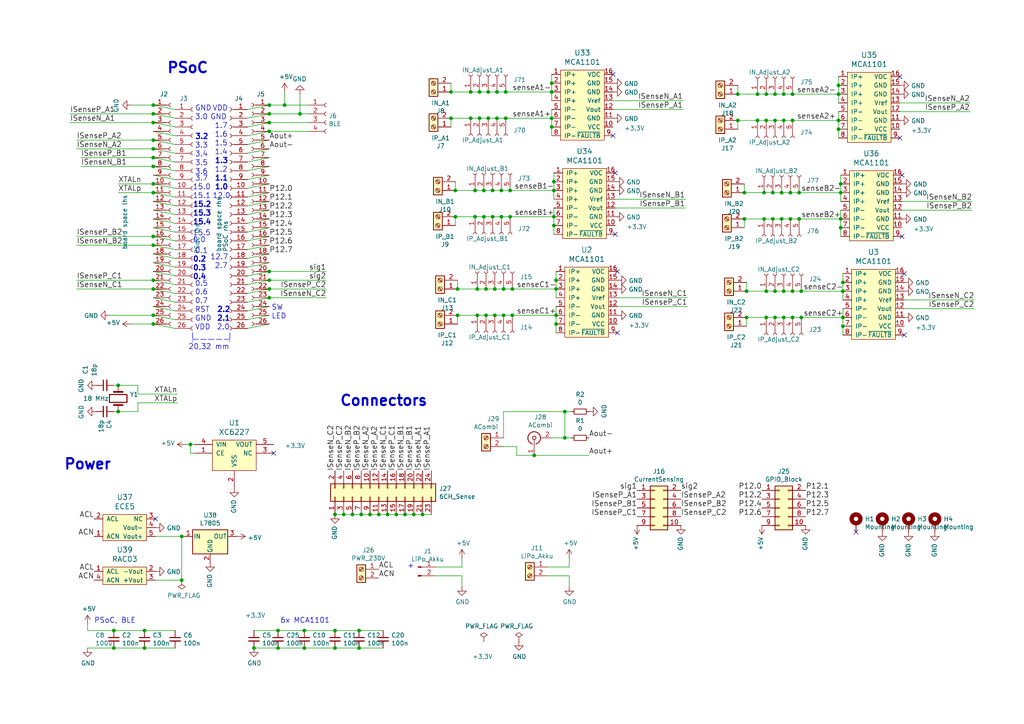
<source format=kicad_sch>
(kicad_sch (version 20211123) (generator eeschema)
  (paper "A4")
  (title_block (title "6CH Current Sensing Module") (date "2020-08-31") (company "University of Würzburg") (comment 1 "Experimental Physics 5 (Biophysics)") (comment 2 "Martin Rückert"))
  (lib_symbols
    (symbol "Connector:Conn_01x02_Male" (pin_names (offset 1.016) hide)
      (property "Reference" "J" (at 0 2.54 0))
      (property "Value" "Conn_01x02_Male" (at 0 -5.08 0))
      (symbol "Conn_01x02_Male_1_1"
        (pin passive line (at 5.08 0 180) (length 3.81) (name "Pin_1") (number "1"))
        (pin passive line (at 5.08 -2.54 180) (length 3.81) (name "Pin_2") (number "2"))
      )
    )
    (symbol "Connector:Conn_01x04_Female" (pin_names (offset 1.016) hide)
      (property "Reference" "J" (at 0 5.08 0))
      (property "Value" "Conn_01x04_Female" (at 0 -7.62 0))
      (symbol "Conn_01x04_Female_1_1"
        (pin passive line (at -5.08 2.54 0) (length 3.81) (name "Pin_1") (number "1"))
        (pin passive line (at -5.08 0 0) (length 3.81) (name "Pin_2") (number "2"))
        (pin passive line (at -5.08 -2.54 0) (length 3.81) (name "Pin_3") (number "3"))
        (pin passive line (at -5.08 -5.08 0) (length 3.81) (name "Pin_4") (number "4"))
      )
    )
    (symbol "Connector:Conn_01x05_Female" (pin_names (offset 1.016) hide)
      (property "Reference" "J" (at 0 7.62 0))
      (property "Value" "Conn_01x05_Female" (at 0 -7.62 0))
      (symbol "Conn_01x05_Female_1_1"
        (pin passive line (at -5.08 5.08 0) (length 3.81) (name "Pin_1") (number "1"))
        (pin passive line (at -5.08 2.54 0) (length 3.81) (name "Pin_2") (number "2"))
        (pin passive line (at -5.08 0 0) (length 3.81) (name "Pin_3") (number "3"))
        (pin passive line (at -5.08 -2.54 0) (length 3.81) (name "Pin_4") (number "4"))
        (pin passive line (at -5.08 -5.08 0) (length 3.81) (name "Pin_5") (number "5"))
      )
    )
    (symbol "Connector:Conn_01x26_Female" (pin_names (offset 1.016) hide)
      (property "Reference" "J" (at 0 33.02 0))
      (property "Value" "Conn_01x26_Female" (at 0 -35.56 0))
      (symbol "Conn_01x26_Female_1_1"
        (pin passive line (at -5.08 30.48 0) (length 3.81) (name "Pin_1") (number "1"))
        (pin passive line (at -5.08 7.62 0) (length 3.81) (name "Pin_10") (number "10"))
        (pin passive line (at -5.08 5.08 0) (length 3.81) (name "Pin_11") (number "11"))
        (pin passive line (at -5.08 2.54 0) (length 3.81) (name "Pin_12") (number "12"))
        (pin passive line (at -5.08 0 0) (length 3.81) (name "Pin_13") (number "13"))
        (pin passive line (at -5.08 -2.54 0) (length 3.81) (name "Pin_14") (number "14"))
        (pin passive line (at -5.08 -5.08 0) (length 3.81) (name "Pin_15") (number "15"))
        (pin passive line (at -5.08 -7.62 0) (length 3.81) (name "Pin_16") (number "16"))
        (pin passive line (at -5.08 -10.16 0) (length 3.81) (name "Pin_17") (number "17"))
        (pin passive line (at -5.08 -12.7 0) (length 3.81) (name "Pin_18") (number "18"))
        (pin passive line (at -5.08 -15.24 0) (length 3.81) (name "Pin_19") (number "19"))
        (pin passive line (at -5.08 27.94 0) (length 3.81) (name "Pin_2") (number "2"))
        (pin passive line (at -5.08 -17.78 0) (length 3.81) (name "Pin_20") (number "20"))
        (pin passive line (at -5.08 -20.32 0) (length 3.81) (name "Pin_21") (number "21"))
        (pin passive line (at -5.08 -22.86 0) (length 3.81) (name "Pin_22") (number "22"))
        (pin passive line (at -5.08 -25.4 0) (length 3.81) (name "Pin_23") (number "23"))
        (pin passive line (at -5.08 -27.94 0) (length 3.81) (name "Pin_24") (number "24"))
        (pin passive line (at -5.08 -30.48 0) (length 3.81) (name "Pin_25") (number "25"))
        (pin passive line (at -5.08 -33.02 0) (length 3.81) (name "Pin_26") (number "26"))
        (pin passive line (at -5.08 25.4 0) (length 3.81) (name "Pin_3") (number "3"))
        (pin passive line (at -5.08 22.86 0) (length 3.81) (name "Pin_4") (number "4"))
        (pin passive line (at -5.08 20.32 0) (length 3.81) (name "Pin_5") (number "5"))
        (pin passive line (at -5.08 17.78 0) (length 3.81) (name "Pin_6") (number "6"))
        (pin passive line (at -5.08 15.24 0) (length 3.81) (name "Pin_7") (number "7"))
        (pin passive line (at -5.08 12.7 0) (length 3.81) (name "Pin_8") (number "8"))
        (pin passive line (at -5.08 10.16 0) (length 3.81) (name "Pin_9") (number "9"))
      )
    )
    (symbol "Connector:Conn_Coaxial" (pin_names (offset 1.016) hide)
      (property "Reference" "J" (at 0.254 3.048 0))
      (property "Value" "Conn_Coaxial" (at 2.921 0 90))
      (symbol "Conn_Coaxial_1_1"
        (pin passive line (at -5.08 0 0) (length 2.54) (name "In") (number "1"))
        (pin passive line (at 0 -5.08 90) (length 2.54) (name "Ext") (number "2"))
      )
    )
    (symbol "Connector:Screw_Terminal_01x02" (pin_names (offset 1.016) hide)
      (property "Reference" "J" (at 0 2.54 0))
      (property "Value" "Screw_Terminal_01x02" (at 0 -5.08 0))
      (symbol "Screw_Terminal_01x02_1_1"
        (pin passive line (at -5.08 0 0) (length 3.81) (name "Pin_1") (number "1"))
        (pin passive line (at -5.08 -2.54 0) (length 3.81) (name "Pin_2") (number "2"))
      )
    )
    (symbol "Connector_Generic:Conn_02x05_Odd_Even" (pin_names (offset 1.016) hide)
      (property "Reference" "J" (at 1.27 7.62 0))
      (property "Value" "Conn_02x05_Odd_Even" (at 1.27 -7.62 0))
      (symbol "Conn_02x05_Odd_Even_1_1"
        (pin passive line (at -5.08 5.08 0) (length 3.81) (name "Pin_1") (number "1"))
        (pin passive line (at 7.62 -5.08 180) (length 3.81) (name "Pin_10") (number "10"))
        (pin passive line (at 7.62 5.08 180) (length 3.81) (name "Pin_2") (number "2"))
        (pin passive line (at -5.08 2.54 0) (length 3.81) (name "Pin_3") (number "3"))
        (pin passive line (at 7.62 2.54 180) (length 3.81) (name "Pin_4") (number "4"))
        (pin passive line (at -5.08 0 0) (length 3.81) (name "Pin_5") (number "5"))
        (pin passive line (at 7.62 0 180) (length 3.81) (name "Pin_6") (number "6"))
        (pin passive line (at -5.08 -2.54 0) (length 3.81) (name "Pin_7") (number "7"))
        (pin passive line (at 7.62 -2.54 180) (length 3.81) (name "Pin_8") (number "8"))
        (pin passive line (at -5.08 -5.08 0) (length 3.81) (name "Pin_9") (number "9"))
      )
    )
    (symbol "Connector_Generic:Conn_02x12_Odd_Even" (pin_names (offset 1.016) hide)
      (property "Reference" "J" (at 1.27 15.24 0))
      (property "Value" "Conn_02x12_Odd_Even" (at 1.27 -17.78 0))
      (symbol "Conn_02x12_Odd_Even_1_1"
        (pin passive line (at -5.08 12.7 0) (length 3.81) (name "Pin_1") (number "1"))
        (pin passive line (at 7.62 2.54 180) (length 3.81) (name "Pin_10") (number "10"))
        (pin passive line (at -5.08 0 0) (length 3.81) (name "Pin_11") (number "11"))
        (pin passive line (at 7.62 0 180) (length 3.81) (name "Pin_12") (number "12"))
        (pin passive line (at -5.08 -2.54 0) (length 3.81) (name "Pin_13") (number "13"))
        (pin passive line (at 7.62 -2.54 180) (length 3.81) (name "Pin_14") (number "14"))
        (pin passive line (at -5.08 -5.08 0) (length 3.81) (name "Pin_15") (number "15"))
        (pin passive line (at 7.62 -5.08 180) (length 3.81) (name "Pin_16") (number "16"))
        (pin passive line (at -5.08 -7.62 0) (length 3.81) (name "Pin_17") (number "17"))
        (pin passive line (at 7.62 -7.62 180) (length 3.81) (name "Pin_18") (number "18"))
        (pin passive line (at -5.08 -10.16 0) (length 3.81) (name "Pin_19") (number "19"))
        (pin passive line (at 7.62 12.7 180) (length 3.81) (name "Pin_2") (number "2"))
        (pin passive line (at 7.62 -10.16 180) (length 3.81) (name "Pin_20") (number "20"))
        (pin passive line (at -5.08 -12.7 0) (length 3.81) (name "Pin_21") (number "21"))
        (pin passive line (at 7.62 -12.7 180) (length 3.81) (name "Pin_22") (number "22"))
        (pin passive line (at -5.08 -15.24 0) (length 3.81) (name "Pin_23") (number "23"))
        (pin passive line (at 7.62 -15.24 180) (length 3.81) (name "Pin_24") (number "24"))
        (pin passive line (at -5.08 10.16 0) (length 3.81) (name "Pin_3") (number "3"))
        (pin passive line (at 7.62 10.16 180) (length 3.81) (name "Pin_4") (number "4"))
        (pin passive line (at -5.08 7.62 0) (length 3.81) (name "Pin_5") (number "5"))
        (pin passive line (at 7.62 7.62 180) (length 3.81) (name "Pin_6") (number "6"))
        (pin passive line (at -5.08 5.08 0) (length 3.81) (name "Pin_7") (number "7"))
        (pin passive line (at 7.62 5.08 180) (length 3.81) (name "Pin_8") (number "8"))
        (pin passive line (at -5.08 2.54 0) (length 3.81) (name "Pin_9") (number "9"))
      )
    )
    (symbol "Device:C_Small" (pin_numbers hide) (pin_names (offset 0.254) hide)
      (property "Reference" "C" (at 0.254 1.778 0))
      (property "Value" "C_Small" (at 0.254 -2.032 0))
      (symbol "C_Small_1_1"
        (pin passive line (at 0 2.54 270) (length 2.032) (name "~") (number "1"))
        (pin passive line (at 0 -2.54 90) (length 2.032) (name "~") (number "2"))
      )
    )
    (symbol "Device:Crystal" (pin_numbers hide) (pin_names (offset 1.016) hide)
      (property "Reference" "Y" (at 0 3.81 0))
      (property "Value" "Crystal" (at 0 -3.81 0))
      (symbol "Crystal_1_1"
        (pin passive line (at -3.81 0 0) (length 1.27) (name "1") (number "1"))
        (pin passive line (at 3.81 0 180) (length 1.27) (name "2") (number "2"))
      )
    )
    (symbol "Device:R_Small" (pin_numbers hide) (pin_names (offset 0.254) hide)
      (property "Reference" "R" (at 0.762 0.508 0))
      (property "Value" "R_Small" (at 0.762 -1.016 0))
      (symbol "R_Small_1_1"
        (pin passive line (at 0 2.54 270) (length 0.762) (name "~") (number "1"))
        (pin passive line (at 0 -2.54 90) (length 0.762) (name "~") (number "2"))
      )
    )
    (symbol "Mechanical:MountingHole_Pad" (pin_numbers hide) (pin_names (offset 1.016) hide)
      (property "Reference" "H" (at 0 6.35 0))
      (property "Value" "MountingHole_Pad" (at 0 4.445 0))
      (symbol "MountingHole_Pad_1_1"
        (pin input line (at 0 -2.54 90) (length 2.54) (name "1") (number "1"))
      )
    )
    (symbol "Regulator_Linear:L7805" (pin_names (offset 0.254))
      (property "Reference" "U" (at -3.81 3.175 0))
      (property "Value" "L7805" (at 0 3.175 0))
      (symbol "L7805_1_1"
        (pin power_in line (at -7.62 0 0) (length 2.54) (name "IN") (number "1"))
        (pin power_in line (at 0 -7.62 90) (length 2.54) (name "GND") (number "2"))
        (pin power_out line (at 7.62 0 180) (length 2.54) (name "OUT") (number "3"))
      )
    )
    (symbol "mouseLib_v1:ECE5" (pin_names (offset 1.016))
      (property "Reference" "U" (at -5.08 -5.08 0))
      (property "Value" "ECE5" (at 0 5.08 0))
      (symbol "ECE5_1_1"
        (pin input line (at -8.89 -2.54 0) (length 2.54) (name "ACN") (number "1"))
        (pin input line (at -8.89 2.54 0) (length 2.54) (name "ACL") (number "2"))
        (pin input line (at 8.89 2.54 180) (length 2.54) (name "NC") (number "3"))
        (pin input line (at 8.89 0 180) (length 2.54) (name "Vout-") (number "4"))
        (pin input line (at 8.89 -2.54 180) (length 2.54) (name "Vout+") (number "5"))
      )
    )
    (symbol "mouseLib_v1:RAC03" (pin_names (offset 1.016))
      (property "Reference" "U" (at -5.08 -3.81 0))
      (property "Value" "RAC03" (at -2.54 3.81 0))
      (symbol "RAC03_1_1"
        (pin input line (at -8.89 1.27 0) (length 2.54) (name "ACL") (number "1"))
        (pin input line (at 8.89 1.27 180) (length 2.54) (name "-Vout") (number "2"))
        (pin input line (at 8.89 -1.27 180) (length 2.54) (name "+Vout") (number "3"))
        (pin input line (at -8.89 -1.27 0) (length 2.54) (name "ACN") (number "4"))
      )
    )
    (symbol "mouseLib_v1:XC6227" (pin_names (offset 1.016))
      (property "Reference" "U" (at -5.08 -5.08 0))
      (property "Value" "XC6227" (at 0 6.35 0))
      (symbol "XC6227_1_1"
        (pin input line (at -11.43 1.27 0) (length 5.08) (name "CE") (number "1"))
        (pin input line (at 0 -8.89 90) (length 5.08) (name "VSS") (number "2"))
        (pin input line (at 11.43 1.27 180) (length 5.08) (name "NC") (number "3"))
        (pin input line (at -11.43 3.81 0) (length 5.08) (name "VIN") (number "4"))
        (pin input line (at 11.43 3.81 180) (length 5.08) (name "VOUT") (number "5"))
      )
    )
    (symbol "power:+5V" (power) (pin_names (offset 0))
      (property "Value" "+5V" (at 0 3.556 0))
      (symbol "+5V_1_1"
        (pin power_in line (at 0 0 90) (length 0) hide (name "+5V") (number "1"))
      )
    )
    (symbol "power:GND" (power) (pin_names (offset 0))
      (property "Value" "GND" (at 0 -3.81 0))
      (symbol "GND_1_1"
        (pin power_in line (at 0 0 270) (length 0) hide (name "GND") (number "1"))
      )
    )
    (symbol "power:PWR_FLAG" (power) (pin_numbers hide) (pin_names (offset 0) hide)
      (property "Value" "PWR_FLAG" (at 0 3.81 0))
      (symbol "PWR_FLAG_0_0"
        (pin power_out line (at 0 0 90) (length 0) (name "pwr") (number "1"))
      )
    )
    (symbol "rds_tx-rescue:MCA1101-CY8CKIT-059_PSoC_5LP" (pin_names (offset 1.016))
      (property "Reference" "U" (at -5.08 -13.97 0))
      (property "Value" "MCA1101-CY8CKIT-059_PSoC_5LP" (at 0 8.89 0))
      (symbol "MCA1101-CY8CKIT-059_PSoC_5LP_1_1"
        (pin input line (at -8.89 6.35 0) (length 2.54) (name "IP+") (number "1"))
        (pin input line (at 8.89 -8.89 180) (length 2.54) (name "VCC") (number "10"))
        (pin input line (at 8.89 -6.35 180) (length 2.54) (name "GND") (number "11"))
        (pin input line (at 8.89 -3.81 180) (length 2.54) (name "Vout") (number "12"))
        (pin input line (at 8.89 -1.27 180) (length 2.54) (name "Vref") (number "13"))
        (pin input line (at 8.89 1.27 180) (length 2.54) (name "GND") (number "14"))
        (pin input line (at 8.89 3.81 180) (length 2.54) (name "GND") (number "15"))
        (pin input line (at 8.89 6.35 180) (length 2.54) (name "VOC") (number "16"))
        (pin input line (at -8.89 3.81 0) (length 2.54) (name "IP+") (number "2"))
        (pin input line (at -8.89 1.27 0) (length 2.54) (name "IP+") (number "3"))
        (pin input line (at -8.89 -1.27 0) (length 2.54) (name "IP+") (number "4"))
        (pin input line (at -8.89 -3.81 0) (length 2.54) (name "IP-") (number "5"))
        (pin input line (at -8.89 -6.35 0) (length 2.54) (name "IP-") (number "6"))
        (pin input line (at -8.89 -8.89 0) (length 2.54) (name "IP-") (number "7"))
        (pin input line (at -8.89 -11.43 0) (length 2.54) (name "IP-") (number "8"))
        (pin input line (at 8.89 -11.43 180) (length 2.54) (name "~{FAULTB}") (number "9"))
      )
    )
  )
  (junction (at 97.155 149.225))
  (junction (at 232.41 84.455))
  (junction (at 161.29 83.82))
  (junction (at 161.29 81.28))
  (junction (at 52.705 168.275))
  (junction (at 122.555 149.225))
  (junction (at 243.205 27.305))
  (junction (at 163.83 127))
  (junction (at 160.655 55.245))
  (junction (at 55.245 128.905))
  (junction (at 44.45 48.26))
  (junction (at 161.29 93.98))
  (junction (at 109.855 149.225))
  (junction (at 104.14 182.88))
  (junction (at 140.97 91.44))
  (junction (at 213.995 27.305))
  (junction (at 222.25 27.305))
  (junction (at 146.685 26.67))
  (junction (at 78.105 81.28))
  (junction (at 102.235 149.225))
  (junction (at 99.695 149.225))
  (junction (at 160.02 34.29))
  (junction (at 243.205 37.465))
  (junction (at 139.065 26.67))
  (junction (at 144.145 26.67))
  (junction (at 215.9 63.5))
  (junction (at 41.91 187.96))
  (junction (at 231.775 63.5))
  (junction (at 160.655 52.705))
  (junction (at 219.71 27.305))
  (junction (at 224.79 27.305))
  (junction (at 80.645 187.96))
  (junction (at 221.615 55.88))
  (junction (at 136.525 26.67))
  (junction (at 160.02 36.83))
  (junction (at 243.84 53.34))
  (junction (at 44.45 35.56))
  (junction (at 78.105 86.36))
  (junction (at 117.475 149.225))
  (junction (at 140.335 62.865))
  (junction (at 146.05 83.82))
  (junction (at 226.695 55.88))
  (junction (at 44.45 83.82))
  (junction (at 33.02 182.88))
  (junction (at 142.875 55.245))
  (junction (at 41.91 182.88))
  (junction (at 160.02 24.13))
  (junction (at 226.695 63.5))
  (junction (at 138.43 83.82))
  (junction (at 243.205 24.765))
  (junction (at 154.94 132.08))
  (junction (at 224.79 92.075))
  (junction (at 114.935 149.225))
  (junction (at 44.45 91.44))
  (junction (at 97.155 182.88))
  (junction (at 44.45 33.02))
  (junction (at 216.535 84.455))
  (junction (at 215.9 55.88))
  (junction (at 244.475 81.915))
  (junction (at 120.015 149.225))
  (junction (at 222.25 92.075))
  (junction (at 148.59 91.44))
  (junction (at 34.29 111.76))
  (junction (at 132.715 91.44))
  (junction (at 244.475 94.615))
  (junction (at 227.33 84.455))
  (junction (at 144.145 34.29))
  (junction (at 147.955 62.865))
  (junction (at 224.79 34.925))
  (junction (at 82.55 30.48))
  (junction (at 229.87 34.925))
  (junction (at 161.29 91.44))
  (junction (at 97.155 187.96))
  (junction (at 44.45 43.18))
  (junction (at 219.71 34.925))
  (junction (at 143.51 83.82))
  (junction (at 44.45 30.48))
  (junction (at 224.155 55.88))
  (junction (at 78.105 30.48))
  (junction (at 78.105 78.74))
  (junction (at 243.205 34.925))
  (junction (at 142.875 62.865))
  (junction (at 145.415 55.245))
  (junction (at 227.33 27.305))
  (junction (at 140.97 83.82))
  (junction (at 244.475 84.455))
  (junction (at 44.45 55.88))
  (junction (at 44.45 71.12))
  (junction (at 163.83 119.38))
  (junction (at 216.535 92.075))
  (junction (at 143.51 91.44))
  (junction (at 112.395 149.225))
  (junction (at 137.795 55.245))
  (junction (at 160.02 26.67))
  (junction (at 147.955 55.245))
  (junction (at 44.45 68.58))
  (junction (at 136.525 34.29))
  (junction (at 244.475 92.075))
  (junction (at 229.87 84.455))
  (junction (at 78.105 38.1))
  (junction (at 141.605 34.29))
  (junction (at 78.105 35.56))
  (junction (at 224.79 84.455))
  (junction (at 137.795 62.865))
  (junction (at 231.775 55.88))
  (junction (at 145.415 62.865))
  (junction (at 160.655 65.405))
  (junction (at 78.105 33.02))
  (junction (at 222.25 84.455))
  (junction (at 222.25 34.925))
  (junction (at 44.45 81.28))
  (junction (at 44.45 93.98))
  (junction (at 243.84 55.88))
  (junction (at 132.08 62.865))
  (junction (at 88.265 182.88))
  (junction (at 44.45 40.64))
  (junction (at 130.81 26.67))
  (junction (at 138.43 91.44))
  (junction (at 141.605 26.67))
  (junction (at 132.08 55.245))
  (junction (at 232.41 92.075))
  (junction (at 130.81 34.29))
  (junction (at 107.315 149.225))
  (junction (at 73.66 187.96))
  (junction (at 52.705 155.575))
  (junction (at 224.155 63.5))
  (junction (at 229.235 55.88))
  (junction (at 34.29 119.38))
  (junction (at 86.995 33.02))
  (junction (at 132.715 83.82))
  (junction (at 88.265 187.96))
  (junction (at 33.02 187.96))
  (junction (at 227.33 92.075))
  (junction (at 104.14 187.96))
  (junction (at 44.45 45.72))
  (junction (at 148.59 83.82))
  (junction (at 229.87 92.075))
  (junction (at 221.615 63.5))
  (junction (at 146.05 91.44))
  (junction (at 229.87 27.305))
  (junction (at 243.84 66.04))
  (junction (at 243.84 63.5))
  (junction (at 227.33 34.925))
  (junction (at 140.335 55.245))
  (junction (at 139.065 34.29))
  (junction (at 78.105 83.82))
  (junction (at 213.995 34.925))
  (junction (at 44.45 53.34))
  (junction (at 160.655 62.865))
  (junction (at 104.775 149.225))
  (junction (at 229.235 63.5))
  (junction (at 146.685 34.29))
  (junction (at 80.645 182.88))
  (no_connect (at 262.255 97.155))
  (no_connect (at 261.62 50.8))
  (no_connect (at 177.8 21.59))
  (no_connect (at 177.8 39.37))
  (no_connect (at 178.435 67.945))
  (no_connect (at 179.07 78.74))
  (no_connect (at 260.985 40.005))
  (no_connect (at 248.285 154.305))
  (no_connect (at 261.62 68.58))
  (no_connect (at 260.985 22.225))
  (no_connect (at 45.085 150.495))
  (no_connect (at 79.375 131.445))
  (no_connect (at 262.255 79.375))
  (no_connect (at 179.07 96.52))
  (no_connect (at 178.435 50.165))
  (wire (pts (xy 160.655 62.865) (xy 160.655 65.405)))
  (wire (pts (xy 112.395 149.225) (xy 114.935 149.225)))
  (wire (pts (xy 50.8 67.31) (xy 44.45 66.04)))
  (wire (pts (xy 243.84 53.34) (xy 243.84 55.88)))
  (wire (pts (xy 178.435 60.325) (xy 198.755 60.325)))
  (wire (pts (xy 165.1 167.005) (xy 165.1 170.18)))
  (wire (pts (xy 22.225 68.58) (xy 44.45 68.58)))
  (wire (pts (xy 78.105 48.26) (xy 71.755 49.53)))
  (wire (pts (xy 107.315 149.225) (xy 109.855 149.225)))
  (wire (pts (xy 88.265 182.88) (xy 97.155 182.88)))
  (wire (pts (xy 78.105 68.58) (xy 71.755 69.85)))
  (wire (pts (xy 243.84 66.04) (xy 243.84 68.58)))
  (wire (pts (xy 78.105 58.42) (xy 71.755 59.69)))
  (wire (pts (xy 130.81 36.83) (xy 130.81 34.29)))
  (wire (pts (xy 160.02 34.29) (xy 160.02 36.83)))
  (wire (pts (xy 78.105 55.88) (xy 71.755 57.15)))
  (wire (pts (xy 158.75 167.005) (xy 165.1 167.005)))
  (wire (pts (xy 40.005 116.84) (xy 51.435 116.84)))
  (wire (pts (xy 114.935 149.225) (xy 117.475 149.225)))
  (wire (pts (xy 145.415 62.865) (xy 147.955 62.865)))
  (wire (pts (xy 22.225 40.64) (xy 44.45 40.64)))
  (wire (pts (xy 227.33 34.925) (xy 229.87 34.925)))
  (wire (pts (xy 140.97 91.44) (xy 143.51 91.44)))
  (wire (pts (xy 104.14 182.88) (xy 111.125 182.88)))
  (wire (pts (xy 53.975 128.905) (xy 55.245 128.905)))
  (wire (pts (xy 224.155 55.88) (xy 226.695 55.88)))
  (wire (pts (xy 243.84 55.88) (xy 243.84 58.42)))
  (wire (pts (xy 179.07 86.36) (xy 199.39 86.36)))
  (wire (pts (xy 22.225 81.28) (xy 44.45 81.28)))
  (wire (pts (xy 82.55 26.67) (xy 82.55 30.48)))
  (wire (pts (xy 78.105 86.36) (xy 94.615 86.36)))
  (wire (pts (xy 160.02 24.13) (xy 160.02 26.67)))
  (wire (pts (xy 148.59 91.44) (xy 161.29 91.44)))
  (wire (pts (xy 213.995 34.925) (xy 219.71 34.925)))
  (wire (pts (xy 45.085 155.575) (xy 52.705 155.575)))
  (wire (pts (xy 262.255 89.535) (xy 282.575 89.535)))
  (wire (pts (xy 31.75 91.44) (xy 44.45 91.44)))
  (wire (pts (xy 163.83 127) (xy 165.735 127)))
  (wire (pts (xy 139.065 34.29) (xy 141.605 34.29)))
  (wire (pts (xy 97.155 187.96) (xy 104.14 187.96)))
  (wire (pts (xy 133.985 167.005) (xy 133.985 170.18)))
  (wire (pts (xy 165.735 119.38) (xy 163.83 119.38)))
  (wire (pts (xy 109.855 149.225) (xy 112.395 149.225)))
  (wire (pts (xy 25.4 180.975) (xy 25.4 182.88)))
  (wire (pts (xy 243.205 34.925) (xy 243.205 37.465)))
  (wire (pts (xy 216.535 94.615) (xy 216.535 92.075)))
  (wire (pts (xy 146.685 26.67) (xy 160.02 26.67)))
  (wire (pts (xy 132.08 52.705) (xy 132.08 55.245)))
  (wire (pts (xy 227.33 27.305) (xy 229.87 27.305)))
  (wire (pts (xy 229.235 63.5) (xy 231.775 63.5)))
  (wire (pts (xy 78.105 35.56) (xy 71.755 36.83)))
  (wire (pts (xy 45.085 168.275) (xy 52.705 168.275)))
  (wire (pts (xy 226.695 63.5) (xy 229.235 63.5)))
  (wire (pts (xy 229.235 55.88) (xy 231.775 55.88)))
  (wire (pts (xy 86.995 33.02) (xy 89.535 33.02)))
  (wire (pts (xy 55.245 128.905) (xy 56.515 128.905)))
  (wire (pts (xy 243.84 63.5) (xy 243.84 60.96)))
  (wire (pts (xy 231.775 63.5) (xy 243.84 63.5)))
  (wire (pts (xy 97.155 149.225) (xy 99.695 149.225)))
  (wire (pts (xy 78.105 91.44) (xy 71.755 92.71)))
  (wire (pts (xy 177.8 29.21) (xy 198.12 29.21)))
  (wire (pts (xy 146.05 119.38) (xy 163.83 119.38)))
  (wire (pts (xy 50.8 46.99) (xy 44.45 45.72)))
  (wire (pts (xy 229.87 84.455) (xy 232.41 84.455)))
  (wire (pts (xy 160.655 65.405) (xy 160.655 67.945)))
  (wire (pts (xy 40.005 119.38) (xy 34.29 119.38)))
  (wire (pts (xy 78.105 78.74) (xy 71.755 80.01)))
  (wire (pts (xy 261.62 60.96) (xy 281.94 60.96)))
  (wire (pts (xy 160.02 26.67) (xy 160.02 29.21)))
  (wire (pts (xy 40.005 116.84) (xy 40.005 119.38)))
  (wire (pts (xy 146.05 127) (xy 146.05 119.38)))
  (wire (pts (xy 160.02 36.83) (xy 160.02 39.37)))
  (wire (pts (xy 132.08 55.245) (xy 137.795 55.245)))
  (wire (pts (xy 140.335 55.245) (xy 142.875 55.245)))
  (wire (pts (xy 50.8 31.75) (xy 44.45 30.48)))
  (wire (pts (xy 102.235 149.225) (xy 104.775 149.225)))
  (wire (pts (xy 143.51 83.82) (xy 146.05 83.82)))
  (wire (pts (xy 99.695 149.225) (xy 102.235 149.225)))
  (wire (pts (xy 50.8 74.93) (xy 44.45 73.66)))
  (wire (pts (xy 78.105 38.1) (xy 71.755 39.37)))
  (wire (pts (xy 122.555 149.225) (xy 125.095 149.225)))
  (wire (pts (xy 161.29 83.82) (xy 161.29 86.36)))
  (wire (pts (xy 138.43 83.82) (xy 140.97 83.82)))
  (wire (pts (xy 50.8 57.15) (xy 44.45 55.88)))
  (wire (pts (xy 50.8 49.53) (xy 44.45 48.26)))
  (wire (pts (xy 78.105 50.8) (xy 71.755 52.07)))
  (wire (pts (xy 132.715 93.98) (xy 132.715 91.44)))
  (wire (pts (xy 56.515 131.445) (xy 55.245 131.445)))
  (wire (pts (xy 73.66 187.96) (xy 80.645 187.96)))
  (wire (pts (xy 243.205 27.305) (xy 243.205 29.845)))
  (wire (pts (xy 50.8 90.17) (xy 44.45 88.9)))
  (wire (pts (xy 243.84 63.5) (xy 243.84 66.04)))
  (wire (pts (xy 132.715 91.44) (xy 138.43 91.44)))
  (wire (pts (xy 52.705 168.275) (xy 52.705 155.575)))
  (polyline (pts (xy 55.88 96.52) (xy 55.88 99.06)))
  (wire (pts (xy 161.29 93.98) (xy 161.29 96.52)))
  (wire (pts (xy 216.535 84.455) (xy 222.25 84.455)))
  (wire (pts (xy 243.205 34.925) (xy 243.205 32.385)))
  (wire (pts (xy 243.205 24.765) (xy 243.205 27.305)))
  (wire (pts (xy 97.155 182.88) (xy 104.14 182.88)))
  (wire (pts (xy 221.615 55.88) (xy 224.155 55.88)))
  (wire (pts (xy 51.435 114.3) (xy 40.005 114.3)))
  (polyline (pts (xy 55.88 98.425) (xy 66.675 98.425)))
  (wire (pts (xy 71.755 31.75) (xy 78.105 30.48)))
  (wire (pts (xy 244.475 84.455) (xy 244.475 86.995)))
  (wire (pts (xy 78.105 76.2) (xy 71.755 77.47)))
  (wire (pts (xy 22.225 43.18) (xy 44.45 43.18)))
  (wire (pts (xy 78.105 53.34) (xy 71.755 54.61)))
  (wire (pts (xy 146.05 83.82) (xy 148.59 83.82)))
  (wire (pts (xy 215.9 55.88) (xy 221.615 55.88)))
  (wire (pts (xy 146.05 129.54) (xy 149.86 129.54)))
  (wire (pts (xy 216.535 81.915) (xy 216.535 84.455)))
  (wire (pts (xy 132.715 81.28) (xy 132.715 83.82)))
  (wire (pts (xy 144.145 34.29) (xy 146.685 34.29)))
  (wire (pts (xy 132.715 83.82) (xy 138.43 83.82)))
  (wire (pts (xy 34.29 111.76) (xy 40.005 111.76)))
  (wire (pts (xy 137.795 62.865) (xy 140.335 62.865)))
  (wire (pts (xy 142.875 62.865) (xy 145.415 62.865)))
  (wire (pts (xy 52.705 155.575) (xy 53.34 155.575)))
  (wire (pts (xy 178.435 57.785) (xy 198.755 57.785)))
  (wire (pts (xy 160.02 21.59) (xy 160.02 24.13)))
  (wire (pts (xy 229.87 27.305) (xy 243.205 27.305)))
  (wire (pts (xy 221.615 63.5) (xy 224.155 63.5)))
  (wire (pts (xy 229.87 34.925) (xy 243.205 34.925)))
  (wire (pts (xy 160.02 127) (xy 163.83 127)))
  (wire (pts (xy 179.07 88.9) (xy 199.39 88.9)))
  (wire (pts (xy 41.91 182.88) (xy 50.8 182.88)))
  (wire (pts (xy 78.105 40.64) (xy 71.755 41.91)))
  (wire (pts (xy 141.605 34.29) (xy 144.145 34.29)))
  (wire (pts (xy 33.02 111.76) (xy 34.29 111.76)))
  (wire (pts (xy 219.71 27.305) (xy 222.25 27.305)))
  (wire (pts (xy 78.105 66.04) (xy 71.755 67.31)))
  (wire (pts (xy 163.83 119.38) (xy 163.83 127)))
  (wire (pts (xy 22.225 83.82) (xy 44.45 83.82)))
  (wire (pts (xy 50.8 52.07) (xy 44.45 50.8)))
  (wire (pts (xy 161.29 78.74) (xy 161.29 81.28)))
  (wire (pts (xy 80.645 187.96) (xy 88.265 187.96)))
  (wire (pts (xy 141.605 26.67) (xy 144.145 26.67)))
  (wire (pts (xy 226.695 55.88) (xy 229.235 55.88)))
  (wire (pts (xy 222.25 27.305) (xy 224.79 27.305)))
  (wire (pts (xy 78.105 86.36) (xy 71.755 87.63)))
  (wire (pts (xy 50.8 36.83) (xy 44.45 35.56)))
  (wire (pts (xy 78.105 71.12) (xy 71.755 72.39)))
  (wire (pts (xy 147.955 55.245) (xy 160.655 55.245)))
  (wire (pts (xy 50.8 92.71) (xy 44.45 91.44)))
  (wire (pts (xy 160.655 52.705) (xy 160.655 55.245)))
  (wire (pts (xy 143.51 91.44) (xy 146.05 91.44)))
  (wire (pts (xy 44.45 93.98) (xy 38.1 93.98)))
  (wire (pts (xy 50.8 41.91) (xy 44.45 40.64)))
  (wire (pts (xy 219.71 34.925) (xy 222.25 34.925)))
  (wire (pts (xy 50.8 72.39) (xy 44.45 71.12)))
  (wire (pts (xy 160.655 50.165) (xy 160.655 52.705)))
  (wire (pts (xy 50.8 85.09) (xy 44.45 83.82)))
  (wire (pts (xy 50.8 44.45) (xy 44.45 43.18)))
  (wire (pts (xy 78.105 60.96) (xy 71.755 62.23)))
  (wire (pts (xy 78.105 78.74) (xy 94.615 78.74)))
  (wire (pts (xy 160.655 55.245) (xy 160.655 57.785)))
  (wire (pts (xy 88.265 187.96) (xy 97.155 187.96)))
  (wire (pts (xy 55.245 131.445) (xy 55.245 128.905)))
  (wire (pts (xy 50.8 39.37) (xy 44.45 38.1)))
  (wire (pts (xy 215.9 63.5) (xy 221.615 63.5)))
  (wire (pts (xy 44.45 30.48) (xy 38.1 30.48)))
  (wire (pts (xy 158.75 164.465) (xy 165.1 164.465)))
  (wire (pts (xy 244.475 94.615) (xy 244.475 97.155)))
  (wire (pts (xy 140.97 83.82) (xy 143.51 83.82)))
  (wire (pts (xy 82.55 30.48) (xy 89.535 30.48)))
  (wire (pts (xy 50.8 87.63) (xy 44.45 86.36)))
  (wire (pts (xy 244.475 79.375) (xy 244.475 81.915)))
  (wire (pts (xy 126.365 164.465) (xy 133.985 164.465)))
  (wire (pts (xy 78.105 88.9) (xy 71.755 90.17)))
  (wire (pts (xy 138.43 91.44) (xy 140.97 91.44)))
  (wire (pts (xy 50.8 95.25) (xy 44.45 93.98)))
  (wire (pts (xy 148.59 83.82) (xy 161.29 83.82)))
  (wire (pts (xy 260.985 29.845) (xy 281.305 29.845)))
  (wire (pts (xy 244.475 92.075) (xy 244.475 94.615)))
  (wire (pts (xy 33.02 187.96) (xy 41.91 187.96)))
  (wire (pts (xy 160.02 34.29) (xy 160.02 31.75)))
  (wire (pts (xy 50.8 77.47) (xy 44.45 76.2)))
  (wire (pts (xy 40.005 111.76) (xy 40.005 114.3)))
  (wire (pts (xy 78.105 93.98) (xy 71.755 95.25)))
  (wire (pts (xy 165.1 164.465) (xy 165.1 161.925)))
  (wire (pts (xy 25.4 182.88) (xy 33.02 182.88)))
  (wire (pts (xy 139.065 26.67) (xy 141.605 26.67)))
  (wire (pts (xy 232.41 92.075) (xy 244.475 92.075)))
  (wire (pts (xy 215.9 66.04) (xy 215.9 63.5)))
  (wire (pts (xy 260.985 32.385) (xy 281.305 32.385)))
  (wire (pts (xy 23.495 48.26) (xy 44.45 48.26)))
  (wire (pts (xy 78.105 63.5) (xy 71.755 64.77)))
  (wire (pts (xy 216.535 92.075) (xy 222.25 92.075)))
  (wire (pts (xy 161.29 81.28) (xy 161.29 83.82)))
  (wire (pts (xy 25.4 187.96) (xy 33.02 187.96)))
  (wire (pts (xy 244.475 81.915) (xy 244.475 84.455)))
  (wire (pts (xy 50.8 54.61) (xy 44.45 53.34)))
  (wire (pts (xy 50.8 59.69) (xy 44.45 58.42)))
  (wire (pts (xy 33.02 182.88) (xy 41.91 182.88)))
  (wire (pts (xy 161.29 91.44) (xy 161.29 88.9)))
  (wire (pts (xy 142.875 55.245) (xy 145.415 55.245)))
  (wire (pts (xy 137.795 55.245) (xy 140.335 55.245)))
  (wire (pts (xy 222.25 34.925) (xy 224.79 34.925)))
  (wire (pts (xy 78.105 73.66) (xy 71.755 74.93)))
  (wire (pts (xy 145.415 55.245) (xy 147.955 55.245)))
  (wire (pts (xy 262.255 86.995) (xy 282.575 86.995)))
  (wire (pts (xy 117.475 149.225) (xy 120.015 149.225)))
  (wire (pts (xy 160.655 62.865) (xy 160.655 60.325)))
  (wire (pts (xy 227.33 92.075) (xy 229.87 92.075)))
  (wire (pts (xy 50.8 64.77) (xy 44.45 63.5)))
  (wire (pts (xy 78.105 81.28) (xy 94.615 81.28)))
  (wire (pts (xy 41.91 187.96) (xy 50.8 187.96)))
  (wire (pts (xy 34.29 53.34) (xy 44.45 53.34)))
  (polyline (pts (xy 66.675 96.52) (xy 66.675 99.06)))
  (wire (pts (xy 136.525 34.29) (xy 139.065 34.29)))
  (wire (pts (xy 73.66 182.88) (xy 80.645 182.88)))
  (wire (pts (xy 71.755 34.29) (xy 78.105 33.02)))
  (wire (pts (xy 244.475 92.075) (xy 244.475 89.535)))
  (wire (pts (xy 136.525 26.67) (xy 139.065 26.67)))
  (wire (pts (xy 144.145 26.67) (xy 146.685 26.67)))
  (wire (pts (xy 224.79 34.925) (xy 227.33 34.925)))
  (wire (pts (xy 50.8 34.29) (xy 44.45 33.02)))
  (wire (pts (xy 213.995 24.765) (xy 213.995 27.305)))
  (wire (pts (xy 132.08 62.865) (xy 137.795 62.865)))
  (wire (pts (xy 146.05 91.44) (xy 148.59 91.44)))
  (wire (pts (xy 130.81 26.67) (xy 136.525 26.67)))
  (wire (pts (xy 243.205 22.225) (xy 243.205 24.765)))
  (wire (pts (xy 149.86 132.08) (xy 154.94 132.08)))
  (wire (pts (xy 149.86 129.54) (xy 149.86 132.08)))
  (wire (pts (xy 215.9 53.34) (xy 215.9 55.88)))
  (wire (pts (xy 227.33 84.455) (xy 229.87 84.455)))
  (wire (pts (xy 50.8 80.01) (xy 44.45 78.74)))
  (wire (pts (xy 20.32 35.56) (xy 44.45 35.56)))
  (wire (pts (xy 78.105 30.48) (xy 82.55 30.48)))
  (wire (pts (xy 140.335 62.865) (xy 142.875 62.865)))
  (wire (pts (xy 154.94 132.08) (xy 170.815 132.08)))
  (wire (pts (xy 161.29 91.44) (xy 161.29 93.98)))
  (wire (pts (xy 50.8 82.55) (xy 44.45 81.28)))
  (wire (pts (xy 50.8 62.23) (xy 44.45 60.96)))
  (wire (pts (xy 78.105 83.82) (xy 94.615 83.82)))
  (wire (pts (xy 20.32 33.02) (xy 44.45 33.02)))
  (wire (pts (xy 222.25 92.075) (xy 224.79 92.075)))
  (wire (pts (xy 22.225 71.12) (xy 44.45 71.12)))
  (wire (pts (xy 78.105 45.72) (xy 71.755 46.99)))
  (wire (pts (xy 86.995 27.305) (xy 86.995 33.02)))
  (wire (pts (xy 50.8 69.85) (xy 44.45 68.58)))
  (wire (pts (xy 104.775 149.225) (xy 107.315 149.225)))
  (wire (pts (xy 104.14 187.96) (xy 111.125 187.96)))
  (wire (pts (xy 78.105 43.18) (xy 71.755 44.45)))
  (wire (pts (xy 147.955 62.865) (xy 160.655 62.865)))
  (wire (pts (xy 231.775 55.88) (xy 243.84 55.88)))
  (wire (pts (xy 78.105 35.56) (xy 89.535 35.56)))
  (wire (pts (xy 78.105 33.02) (xy 86.995 33.02)))
  (wire (pts (xy 146.685 34.29) (xy 160.02 34.29)))
  (wire (pts (xy 261.62 58.42) (xy 281.94 58.42)))
  (wire (pts (xy 133.985 164.465) (xy 133.985 161.925)))
  (wire (pts (xy 213.995 27.305) (xy 219.71 27.305)))
  (wire (pts (xy 229.87 92.075) (xy 232.41 92.075)))
  (wire (pts (xy 130.81 24.13) (xy 130.81 26.67)))
  (wire (pts (xy 243.205 37.465) (xy 243.205 40.005)))
  (wire (pts (xy 177.8 31.75) (xy 198.12 31.75)))
  (wire (pts (xy 23.495 45.72) (xy 44.45 45.72)))
  (wire (pts (xy 33.02 119.38) (xy 34.29 119.38)))
  (wire (pts (xy 224.79 27.305) (xy 227.33 27.305)))
  (wire (pts (xy 80.645 182.88) (xy 88.265 182.88)))
  (wire (pts (xy 243.84 50.8) (xy 243.84 53.34)))
  (wire (pts (xy 224.79 84.455) (xy 227.33 84.455)))
  (wire (pts (xy 213.995 37.465) (xy 213.995 34.925)))
  (wire (pts (xy 232.41 84.455) (xy 244.475 84.455)))
  (wire (pts (xy 78.105 83.82) (xy 71.755 85.09)))
  (wire (pts (xy 126.365 167.005) (xy 133.985 167.005)))
  (wire (pts (xy 222.25 84.455) (xy 224.79 84.455)))
  (wire (pts (xy 224.155 63.5) (xy 226.695 63.5)))
  (wire (pts (xy 132.08 65.405) (xy 132.08 62.865)))
  (wire (pts (xy 78.105 38.1) (xy 89.535 38.1)))
  (wire (pts (xy 34.29 55.88) (xy 44.45 55.88)))
  (wire (pts (xy 120.015 149.225) (xy 122.555 149.225)))
  (wire (pts (xy 224.79 92.075) (xy 227.33 92.075)))
  (wire (pts (xy 78.105 81.28) (xy 71.755 82.55)))
  (wire (pts (xy 130.81 34.29) (xy 136.525 34.29)))
  (text "3.6" (at 56.515 50.8 0) (effects (font (size 1.524 1.524)) (justify left bottom)))
  (text "1.0" (at 62.23 55.245 0) (effects (font (size 1.524 1.524) (thickness 0.3048) bold) (justify left bottom)))
  (text "3.2" (at 56.515 40.64 0) (effects (font (size 1.524 1.524) (thickness 0.3048) bold) (justify left bottom)))
  (text "VDD" (at 56.515 95.885 0) (effects (font (size 1.524 1.524)) (justify left bottom)))
  (text "12.7" (at 60.96 75.565 0) (effects (font (size 1.524 1.524)) (justify left bottom)))
  (text "GND" (at 56.515 32.385 0) (effects (font (size 1.524 1.524)) (justify left bottom)))
  (text "PSoC, BLE\n" (at 27.305 180.975 0) (effects (font (size 1.524 1.524)) (justify left bottom)))
  (text "15.1" (at 55.88 57.785 0) (effects (font (size 1.524 1.524)) (justify left bottom)))
  (text "RST" (at 56.515 90.805 0) (effects (font (size 1.524 1.524)) (justify left bottom)))
  (text "0.4\n" (at 55.88 81.28 0) (effects (font (size 1.524 1.524) (thickness 0.3048) bold) (justify left bottom)))
  (text "1.4" (at 62.23 45.085 0) (effects (font (size 1.524 1.524)) (justify left bottom)))
  (text "2.0" (at 62.865 95.885 0) (effects (font (size 1.524 1.524)) (justify left bottom)))
  (text "3.7" (at 56.515 52.705 0) (effects (font (size 1.524 1.524)) (justify left bottom)))
  (text "Connectors" (at 98.425 118.11 0) (effects (font (size 2.9972 2.9972) (thickness 0.5994) bold) (justify left bottom)))
  (text "0.3" (at 55.88 78.74 0) (effects (font (size 1.524 1.524) (thickness 0.3048) bold) (justify left bottom)))
  (text "15.0" (at 55.88 55.245 0) (effects (font (size 1.524 1.524)) (justify left bottom)))
  (text "3.0" (at 56.515 34.925 0) (effects (font (size 1.524 1.524)) (justify left bottom)))
  (text "GND" (at 56.515 93.345 0) (effects (font (size 1.524 1.524)) (justify left bottom)))
  (text "1.3" (at 62.23 47.625 0) (effects (font (size 1.524 1.524) (thickness 0.3048) bold) (justify left bottom)))
  (text "6x MCA1101\n" (at 81.28 180.975 0) (effects (font (size 1.524 1.524)) (justify left bottom)))
  (text "1.6" (at 62.23 40.005 0) (effects (font (size 1.524 1.524)) (justify left bottom)))
  (text "15.5" (at 55.88 68.58 0) (effects (font (size 1.524 1.524)) (justify left bottom)))
  (text "12.0" (at 61.595 57.785 0) (effects (font (size 1.524 1.524)) (justify left bottom)))
  (text "0.1\n\n" (at 56.515 76.2 0) (effects (font (size 1.524 1.524)) (justify left bottom)))
  (text "0.5\n\n" (at 56.515 85.725 0) (effects (font (size 1.524 1.524)) (justify left bottom)))
  (text "15.4" (at 55.88 65.405 0) (effects (font (size 1.524 1.524) (thickness 0.3048) bold) (justify left bottom)))
  (text "15.2" (at 55.88 60.325 0) (effects (font (size 1.524 1.524) (thickness 0.3048) bold) (justify left bottom)))
  (text "1.1" (at 62.23 52.705 0) (effects (font (size 1.524 1.524) (thickness 0.3048) bold) (justify left bottom)))
  (text "2.2" (at 62.865 90.805 0) (effects (font (size 1.524 1.524) (thickness 0.3048) bold) (justify left bottom)))
  (text "+" (at 118.11 165.1 0) (effects (font (size 1.524 1.524)) (justify left bottom)))
  (text "1.7" (at 62.23 37.465 0) (effects (font (size 1.524 1.524)) (justify left bottom)))
  (text "2.1" (at 62.865 93.345 0) (effects (font (size 1.524 1.524) (thickness 0.3048) bold) (justify left bottom)))
  (text "20,32 mm" (at 54.61 101.6 0) (effects (font (size 1.524 1.524)) (justify left bottom)))
  (text "VDD" (at 61.595 32.385 0) (effects (font (size 1.524 1.524)) (justify left bottom)))
  (text "0.7" (at 56.515 88.265 0) (effects (font (size 1.524 1.524)) (justify left bottom)))
  (text "0.6\n" (at 56.515 85.725 0) (effects (font (size 1.524 1.524)) (justify left bottom)))
  (text "LED" (at 78.74 92.71 0) (effects (font (size 1.524 1.524)) (justify left bottom)))
  (text "SW" (at 78.74 90.17 0) (effects (font (size 1.524 1.524)) (justify left bottom)))
  (text "1.5" (at 62.23 42.545 0) (effects (font (size 1.524 1.524)) (justify left bottom)))
  (text "Power" (at 18.415 136.525 0) (effects (font (size 2.9972 2.9972) (thickness 0.5994) bold) (justify left bottom)))
  (text "15.3" (at 55.88 62.865 0) (effects (font (size 1.524 1.524) (thickness 0.3048) bold) (justify left bottom)))
  (text "0.2" (at 55.88 76.2 0) (effects (font (size 1.524 1.524) (thickness 0.3048) bold) (justify left bottom)))
  (text "GND" (at 60.96 34.925 0) (effects (font (size 1.524 1.524)) (justify left bottom)))
  (text "1.2" (at 62.23 50.165 0) (effects (font (size 1.524 1.524)) (justify left bottom)))
  (text "3.4" (at 56.515 45.72 0) (effects (font (size 1.524 1.524)) (justify left bottom)))
  (text "0.0\n\n" (at 55.88 73.025 0) (effects (font (size 1.524 1.524)) (justify left bottom)))
  (text "PSoC" (at 48.26 21.59 0) (effects (font (size 2.9972 2.9972) (thickness 0.5994) bold) (justify left bottom)))
  (text "2.7" (at 62.23 78.105 0) (effects (font (size 1.524 1.524)) (justify left bottom)))
  (text "3.5" (at 56.515 48.26 0) (effects (font (size 1.524 1.524)) (justify left bottom)))
  (text "3.3" (at 56.515 43.18 0) (effects (font (size 1.524 1.524)) (justify left bottom)))
  (label "ISenseP_A2" (at 281.305 32.385 180) (effects (font (size 1.524 1.524))))
  (label "sig2" (at 94.615 81.28 180) (effects (font (size 1.524 1.524))))
  (label "ISenseP_B2" (at 281.94 60.96 180) (effects (font (size 1.524 1.524))))
  (label "P12.2" (at 220.98 144.78 180) (effects (font (size 1.524 1.524))))
  (label "ISenseP_A1" (at 125.095 136.525 90) (effects (font (size 1.524 1.524))))
  (label "ISenseN_A1" (at 122.555 136.525 90) (effects (font (size 1.524 1.524))))
  (label "P12.4" (at 220.98 147.32 180) (effects (font (size 1.524 1.524))))
  (label "ISenseP_A2" (at 22.225 40.64 0) (effects (font (size 1.524 1.524))))
  (label "senseA1+" (at 148.59 34.29 0) (effects (font (size 1.524 1.524))))
  (label "P12.2" (at 78.105 60.96 0) (effects (font (size 1.524 1.524))))
  (label "ISenseP_B2" (at 22.225 68.58 0) (effects (font (size 1.524 1.524))))
  (label "Aout-" (at 78.105 43.18 0) (effects (font (size 1.524 1.524))))
  (label "ISenseP_B1" (at 23.495 45.72 0) (effects (font (size 1.524 1.524))))
  (label "ISenseN_B1" (at 117.475 136.525 90) (effects (font (size 1.524 1.524))))
  (label "ACN" (at 109.855 167.64 0) (effects (font (size 1.524 1.524))))
  (label "sig2" (at 197.485 142.24 0) (effects (font (size 1.524 1.524))))
  (label "senseB2+" (at 232.41 63.5 0) (effects (font (size 1.524 1.524))))
  (label "ISenseP_B1" (at 120.015 136.525 90) (effects (font (size 1.524 1.524))))
  (label "ISenseN_B1" (at 23.495 48.26 0) (effects (font (size 1.524 1.524))))
  (label "P12.0" (at 220.98 142.24 180) (effects (font (size 1.524 1.524))))
  (label "P12.4" (at 78.105 66.04 0) (effects (font (size 1.524 1.524))))
  (label "ISenseP_A1" (at 198.12 31.75 180) (effects (font (size 1.524 1.524))))
  (label "ISenseP_A2" (at 109.855 136.525 90) (effects (font (size 1.524 1.524))))
  (label "ISenseP_A2" (at 197.485 144.78 0) (effects (font (size 1.524 1.524))))
  (label "P12.1" (at 233.68 142.24 0) (effects (font (size 1.524 1.524))))
  (label "ISenseP_C2" (at 197.485 149.86 0) (effects (font (size 1.524 1.524))))
  (label "ISenseP_C1" (at 22.225 81.28 0) (effects (font (size 1.524 1.524))))
  (label "ISenseP_C2" (at 99.695 136.525 90) (effects (font (size 1.524 1.524))))
  (label "ISenseP_B2" (at 197.485 147.32 0) (effects (font (size 1.524 1.524))))
  (label "senseC2-" (at 233.045 84.455 0) (effects (font (size 1.524 1.524))))
  (label "ACN" (at 27.305 168.275 180) (effects (font (size 1.524 1.524))))
  (label "P12.3" (at 233.68 144.78 0) (effects (font (size 1.524 1.524))))
  (label "ISenseP_A1" (at 184.785 144.78 180) (effects (font (size 1.524 1.524))))
  (label "ISenseN_A2" (at 22.225 43.18 0) (effects (font (size 1.524 1.524))))
  (label "senseC1+" (at 149.86 91.44 0) (effects (font (size 1.524 1.524))))
  (label "P12.5" (at 78.105 68.58 0) (effects (font (size 1.524 1.524))))
  (label "P12.7" (at 78.105 73.66 0) (effects (font (size 1.524 1.524))))
  (label "ISenseN_A1" (at 20.32 35.56 0) (effects (font (size 1.524 1.524))))
  (label "ISenseN_A2" (at 281.305 29.845 180) (effects (font (size 1.524 1.524))))
  (label "ISenseP_A1" (at 20.32 33.02 0) (effects (font (size 1.524 1.524))))
  (label "sig1" (at 94.615 78.74 180) (effects (font (size 1.524 1.524))))
  (label "P12.6" (at 220.98 149.86 180) (effects (font (size 1.524 1.524))))
  (label "ISenseN_C2" (at 282.575 86.995 180) (effects (font (size 1.524 1.524))))
  (label "P12.1" (at 78.105 58.42 0) (effects (font (size 1.524 1.524))))
  (label "P12.5" (at 233.68 147.32 0) (effects (font (size 1.524 1.524))))
  (label "senseB1-" (at 149.225 55.245 0) (effects (font (size 1.524 1.524))))
  (label "ISenseP_C2" (at 94.615 83.82 180) (effects (font (size 1.524 1.524))))
  (label "XTALp" (at 34.29 55.88 0) (effects (font (size 1.524 1.524))))
  (label "P12.3" (at 78.105 63.5 0) (effects (font (size 1.524 1.524))))
  (label "ISenseN_C1" (at 112.395 136.525 90) (effects (font (size 1.524 1.524))))
  (label "P12.6" (at 78.105 71.12 0) (effects (font (size 1.524 1.524))))
  (label "ISenseN_B1" (at 198.755 57.785 180) (effects (font (size 1.524 1.524))))
  (label "ACL" (at 27.305 150.495 180) (effects (font (size 1.524 1.524))))
  (label "ISenseP_C2" (at 282.575 89.535 180) (effects (font (size 1.524 1.524))))
  (label "ACL" (at 27.305 165.735 180) (effects (font (size 1.524 1.524))))
  (label "ACN" (at 27.305 155.575 180) (effects (font (size 1.524 1.524))))
  (label "ISenseP_B1" (at 184.785 147.32 180) (effects (font (size 1.524 1.524))))
  (label "ISenseN_C2" (at 97.155 136.525 90) (effects (font (size 1.524 1.524))))
  (label "ISenseN_C1" (at 22.225 83.82 0) (effects (font (size 1.524 1.524))))
  (label "P12.0" (at 78.105 55.88 0) (effects (font (size 1.524 1.524))))
  (label "XTALn" (at 51.435 114.3 180) (effects (font (size 1.524 1.524))))
  (label "ACL" (at 109.855 165.1 0) (effects (font (size 1.524 1.524))))
  (label "senseB2-" (at 232.41 55.88 0) (effects (font (size 1.524 1.524))))
  (label "ISenseP_B1" (at 198.755 60.325 180) (effects (font (size 1.524 1.524))))
  (label "ISenseN_C1" (at 199.39 86.36 180) (effects (font (size 1.524 1.524))))
  (label "ISenseN_A1" (at 198.12 29.21 180) (effects (font (size 1.524 1.524))))
  (label "senseA2-" (at 231.14 27.305 0) (effects (font (size 1.524 1.524))))
  (label "XTALp" (at 51.435 116.84 180) (effects (font (size 1.524 1.524))))
  (label "Aout+" (at 170.815 132.08 0) (effects (font (size 1.524 1.524))))
  (label "P12.7" (at 233.68 149.86 0) (effects (font (size 1.524 1.524))))
  (label "ISenseN_A2" (at 107.315 136.525 90) (effects (font (size 1.524 1.524))))
  (label "senseB1+" (at 149.225 62.865 0) (effects (font (size 1.524 1.524))))
  (label "Aout-" (at 170.815 127 0) (effects (font (size 1.524 1.524))))
  (label "senseC1-" (at 149.86 83.82 0) (effects (font (size 1.524 1.524))))
  (label "ISenseN_B2" (at 102.235 136.525 90) (effects (font (size 1.524 1.524))))
  (label "ISenseP_C1" (at 184.785 149.86 180) (effects (font (size 1.524 1.524))))
  (label "ISenseN_B2" (at 22.225 71.12 0) (effects (font (size 1.524 1.524))))
  (label "senseC2+" (at 233.045 92.075 0) (effects (font (size 1.524 1.524))))
  (label "senseA1-" (at 148.59 26.67 0) (effects (font (size 1.524 1.524))))
  (label "senseA2+" (at 231.14 34.925 0) (effects (font (size 1.524 1.524))))
  (label "sig1" (at 184.785 142.24 180) (effects (font (size 1.524 1.524))))
  (label "ISenseP_C1" (at 114.935 136.525 90) (effects (font (size 1.524 1.524))))
  (label "XTALn" (at 34.29 53.34 0) (effects (font (size 1.524 1.524))))
  (label "Aout+" (at 78.105 40.64 0) (effects (font (size 1.524 1.524))))
  (label "ISenseN_B2" (at 281.94 58.42 180) (effects (font (size 1.524 1.524))))
  (label "ISenseP_B2" (at 104.775 136.525 90) (effects (font (size 1.524 1.524))))
  (label "ISenseN_C2" (at 94.615 86.36 180) (effects (font (size 1.524 1.524))))
  (label "ISenseP_C1" (at 199.39 88.9 180) (effects (font (size 1.524 1.524))))
  (symbol (lib_id "Connector:Conn_01x02_Male") (at 121.285 164.465 0) (unit 1)
    (property "Reference" "J1" (at 124.0282 159.8676 0))
    (property "Value" "LiPo_Akku" (at 124.0282 162.179 0))
    (property "Footprint" "Connector_PinHeader_2.54mm:PinHeader_1x02_P2.54mm_Vertical" (effects hide))
  )
  (symbol (lib_id "Device:C_Small") (at 33.02 185.42 0) (unit 1)
    (property "Reference" "C2" (at 35.3568 184.2516 0) (effects (justify left)))
    (property "Value" "100n" (at 35.3568 186.563 0) (effects (justify left)))
    (property "Footprint" "Capacitor_SMD:C_1206_3216Metric" (effects hide))
  )
  (symbol (lib_id "Device:C_Small") (at 41.91 185.42 0) (unit 1)
    (property "Reference" "C3" (at 44.2468 184.2516 0) (effects (justify left)))
    (property "Value" "100n" (at 44.2468 186.563 0) (effects (justify left)))
    (property "Footprint" "Capacitor_SMD:C_1206_3216Metric" (effects hide))
  )
  (symbol (lib_id "Connector:Screw_Terminal_01x02") (at 153.67 164.465 0) (mirror y) (unit 1)
    (property "Reference" "J11" (at 155.7528 158.9532 0))
    (property "Value" "LiPo_Akku" (at 155.7528 161.2646 0))
    (property "Footprint" "mps_footprints:screw_conn_2" (effects hide))
  )
  (symbol (lib_id "Connector:Conn_01x26_Female") (at 55.88 62.23 0) (unit 1)
    (property "Reference" "J3" (at 52.07 28.575 0) (effects (justify left)))
    (property "Value" "PSoC lhs" (at 57.15 73.66 90) (effects (justify left)))
    (property "Footprint" "Connector_PinHeader_2.54mm:PinHeader_1x26_P2.54mm_Vertical" (effects hide))
  )
  (symbol (lib_id "Connector:Conn_01x26_Female") (at 49.53 60.96 0) (unit 1)
    (property "Reference" "J2" (at 46.355 27.305 0) (effects (justify left)))
    (property "Value" "board space lhs" (at 36.195 72.39 90) (effects (justify left)))
    (property "Footprint" "Connector_PinHeader_2.54mm:PinHeader_1x26_P2.54mm_Vertical" (effects hide))
  )
  (symbol (lib_id "Connector:Conn_01x26_Female") (at 66.675 62.23 0) (mirror y) (unit 1)
    (property "Reference" "J4" (at 70.485 28.575 0) (effects (justify left)))
    (property "Value" "PSoC rhs" (at 65.405 73.025 90) (effects (justify left)))
    (property "Footprint" "Connector_PinHeader_2.54mm:PinHeader_1x26_P2.54mm_Vertical" (effects hide))
  )
  (symbol (lib_id "Connector:Conn_01x26_Female") (at 73.025 60.96 0) (mirror y) (unit 1)
    (property "Reference" "J5" (at 76.835 27.305 0) (effects (justify left)))
    (property "Value" "board space rhs" (at 63.5 73.025 90) (effects (justify left)))
    (property "Footprint" "Connector_PinHeader_2.54mm:PinHeader_1x26_P2.54mm_Vertical" (effects hide))
  )
  (symbol (lib_id "Device:C_Small") (at 80.645 185.42 0) (unit 1)
    (property "Reference" "C25" (at 82.9818 184.2516 0) (effects (justify left)))
    (property "Value" "100n" (at 82.9818 186.563 0) (effects (justify left)))
    (property "Footprint" "Capacitor_SMD:C_1206_3216Metric" (effects hide))
  )
  (symbol (lib_id "power:PWR_FLAG") (at 150.495 186.055 0) (unit 1)
    (property "Reference" "#FLG01" (effects hide))
    (property "Value" "PWR_FLAG" (at 149.86 181.61 0))
  )
  (symbol (lib_id "Connector:Conn_01x04_Female") (at 94.615 33.02 0) (unit 1)
    (property "Reference" "J6" (at 95.3262 33.6296 0) (effects (justify left)))
    (property "Value" "BLE" (at 95.3262 35.941 0) (effects (justify left)))
    (property "Footprint" "Connector_PinHeader_2.54mm:PinHeader_1x04_P2.54mm_Vertical" (effects hide))
  )
  (symbol (lib_id "Device:Crystal") (at 34.29 115.57 90) (unit 1)
    (property "Reference" "Y1" (at 37.6174 114.4016 90) (effects (justify right)))
    (property "Value" "18 MHz" (at 24.13 115.57 90) (effects (justify right)))
    (property "Footprint" "mps_footprints:ABLS_Crystal_18MHz_SMD" (effects hide))
  )
  (symbol (lib_id "Device:C_Small") (at 30.48 119.38 270) (unit 1)
    (property "Reference" "C4" (at 31.6484 121.7168 0) (effects (justify left)))
    (property "Value" "18p" (at 29.337 121.7168 0) (effects (justify left)))
    (property "Footprint" "Capacitor_SMD:C_0603_1608Metric_Pad1.08x0.95mm_HandSolder" (effects hide))
  )
  (symbol (lib_id "Device:C_Small") (at 30.48 111.76 90) (unit 1)
    (property "Reference" "C1" (at 24.765 108.585 0) (effects (justify left)))
    (property "Value" "18p" (at 27.305 109.22 0) (effects (justify left)))
    (property "Footprint" "Capacitor_SMD:C_0603_1608Metric_Pad1.08x0.95mm_HandSolder" (effects hide))
  )
  (symbol (lib_id "power:+5V") (at 25.4 180.975 0) (unit 1)
    (property "Reference" "#PWR05" (effects hide))
    (property "Value" "+5V" (at 25.781 176.5808 0))
  )
  (symbol (lib_id "power:+5V") (at 38.1 93.98 90) (unit 1)
    (property "Reference" "#PWR04" (effects hide))
    (property "Value" "+5V" (at 34.8488 93.599 90) (effects (justify left)))
  )
  (symbol (lib_id "power:+5V") (at 82.55 26.67 0) (unit 1)
    (property "Reference" "#PWR016" (effects hide))
    (property "Value" "+5V" (at 82.931 22.2758 0))
  )
  (symbol (lib_id "Device:C_Small") (at 88.265 185.42 0) (unit 1)
    (property "Reference" "C10" (at 90.6018 184.2516 0) (effects (justify left)))
    (property "Value" "100n" (at 90.6018 186.563 0) (effects (justify left)))
    (property "Footprint" "Capacitor_SMD:C_1206_3216Metric" (effects hide))
  )
  (symbol (lib_id "Device:C_Small") (at 97.155 185.42 0) (unit 1)
    (property "Reference" "C11" (at 99.4918 184.2516 0) (effects (justify left)))
    (property "Value" "100n" (at 99.4918 186.563 0) (effects (justify left)))
    (property "Footprint" "Capacitor_SMD:C_1206_3216Metric" (effects hide))
  )
  (symbol (lib_id "Device:C_Small") (at 104.14 185.42 0) (unit 1)
    (property "Reference" "C12" (at 106.4768 184.2516 0) (effects (justify left)))
    (property "Value" "100n" (at 106.4768 186.563 0) (effects (justify left)))
    (property "Footprint" "Capacitor_SMD:C_1206_3216Metric" (effects hide))
  )
  (symbol (lib_id "power:+5V") (at 133.985 161.925 0) (unit 1)
    (property "Reference" "#PWR047" (effects hide))
    (property "Value" "+5V" (at 134.366 157.5308 0))
  )
  (symbol (lib_id "power:+5V") (at 165.1 161.925 0) (unit 1)
    (property "Reference" "#PWR051" (effects hide))
    (property "Value" "+5V" (at 165.481 157.5308 0))
  )
  (symbol (lib_id "power:GND") (at 133.985 170.18 0) (unit 1)
    (property "Reference" "#PWR048" (effects hide))
    (property "Value" "GND" (at 134.112 174.5742 0))
  )
  (symbol (lib_id "power:GND") (at 31.75 91.44 270) (unit 1)
    (property "Reference" "#PWR03" (effects hide))
    (property "Value" "GND" (at 28.4988 91.567 90) (effects (justify right)))
  )
  (symbol (lib_id "power:GND") (at 27.94 119.38 270) (unit 1)
    (property "Reference" "#PWR02" (effects hide))
    (property "Value" "GND" (at 23.5458 119.507 0))
  )
  (symbol (lib_id "power:GND") (at 27.94 111.76 270) (unit 1)
    (property "Reference" "#PWR01" (effects hide))
    (property "Value" "GND" (at 23.5458 111.887 0))
  )
  (symbol (lib_id "power:GND") (at 25.4 187.96 0) (unit 1)
    (property "Reference" "#PWR06" (effects hide))
    (property "Value" "GND" (at 25.527 192.3542 0))
  )
  (symbol (lib_id "power:GND") (at 150.495 186.055 0) (unit 1)
    (property "Reference" "#PWR08" (effects hide))
    (property "Value" "GND" (at 150.622 190.4492 0))
  )
  (symbol (lib_id "power:GND") (at 165.1 170.18 0) (unit 1)
    (property "Reference" "#PWR052" (effects hide))
    (property "Value" "GND" (at 165.227 174.5742 0))
  )
  (symbol (lib_id "Connector:Conn_01x05_Female") (at 141.605 39.37 90) (mirror x) (unit 1)
    (property "Reference" "J70" (at 148.9202 37.7952 90) (effects (justify right)))
    (property "Value" "IP_Adjust_A1" (at 133.985 40.64 90) (effects (justify right)))
    (property "Footprint" "Connector_PinSocket_2.54mm:PinSocket_1x05_P2.54mm_Vertical" (effects hide))
  )
  (symbol (lib_id "rds_tx-rescue:CP_Small-Device") (at 25.4 185.42 0) (unit 1)
    (property "Reference" "C8" (at 27.6352 184.2516 0) (effects (justify left)))
    (property "Value" "100u" (at 27.6352 186.563 0) (effects (justify left)))
    (property "Footprint" "Capacitor_SMD:CP_Elec_10x12.5" (effects hide))
  )
  (symbol (lib_id "Connector:Conn_01x05_Female") (at 141.605 21.59 90) (unit 1)
    (property "Reference" "J71" (at 148.9202 23.1648 90) (effects (justify right)))
    (property "Value" "IN_Adjust_A1" (at 133.985 20.32 90) (effects (justify right)))
    (property "Footprint" "Connector_PinSocket_2.54mm:PinSocket_1x05_P2.54mm_Vertical" (effects hide))
  )
  (symbol (lib_id "Connector:Conn_Coaxial") (at 154.94 127 90) (unit 1)
    (property "Reference" "J28" (at 156.7434 120.9802 90))
    (property "Value" "ACombi" (at 156.7434 123.2916 90))
    (property "Footprint" "Connector_Coaxial:BNC_TEConnectivity_1478204_Vertical" (effects hide))
    (property "Datasheet" " ~" (effects hide))
  )
  (symbol (lib_id "Connector:Screw_Terminal_01x02") (at 140.97 127 0) (mirror y) (unit 1)
    (property "Reference" "J29" (at 143.0528 121.4882 0))
    (property "Value" "ACombi" (at 140.97 123.825 0))
    (property "Footprint" "mps_footprints:screw_conn_2" (effects hide))
  )
  (symbol (lib_id "Device:C_Small") (at 111.125 185.42 0) (unit 1)
    (property "Reference" "C20" (at 113.4618 184.2516 0) (effects (justify left)))
    (property "Value" "100n" (at 113.4618 186.563 0) (effects (justify left)))
    (property "Footprint" "Capacitor_SMD:C_1206_3216Metric" (effects hide))
  )
  (symbol (lib_id "mouseLib_v1:RAC03") (at 36.195 167.005 0) (unit 1)
    (property "Reference" "U39" (at 36.195 159.4612 0) (effects (font (size 1.524 1.524))))
    (property "Value" "RAC03" (at 36.195 162.1536 0) (effects (font (size 1.524 1.524))))
    (property "Footprint" "mouseLib_v1:ACDC_RAC03" (effects hide))
  )
  (symbol (lib_id "power:GND") (at 45.085 165.735 90) (mirror x) (unit 1)
    (property "Reference" "#PWR0146" (effects hide))
    (property "Value" "GND" (at 48.3362 165.862 90) (effects (justify right)))
  )
  (symbol (lib_id "Device:R_Small") (at 168.275 127 270) (unit 1)
    (property "Reference" "R1" (at 168.275 122.0216 90))
    (property "Value" "0" (at 168.275 124.333 90))
    (property "Footprint" "Resistor_SMD:R_0603_1608Metric_Pad0.98x0.95mm_HandSolder" (effects hide))
  )
  (symbol (lib_id "Device:R_Small") (at 168.275 119.38 270) (unit 1)
    (property "Reference" "R2" (at 168.275 114.4016 90))
    (property "Value" "0" (at 168.275 116.713 90))
    (property "Footprint" "Resistor_SMD:R_0603_1608Metric_Pad0.98x0.95mm_HandSolder" (effects hide))
  )
  (symbol (lib_id "power:GND") (at 170.815 119.38 90) (unit 1)
    (property "Reference" "#PWR09" (effects hide))
    (property "Value" "GND" (at 175.2092 119.253 0))
  )
  (symbol (lib_id "mouseLib_v1:ECE5") (at 36.195 153.035 0) (unit 1)
    (property "Reference" "U37" (at 36.195 144.2212 0) (effects (font (size 1.524 1.524))))
    (property "Value" "ECE5" (at 36.195 146.9136 0) (effects (font (size 1.524 1.524))))
    (property "Footprint" "mouseLib_v1:ECE5" (effects hide))
  )
  (symbol (lib_id "power:GND") (at 60.96 163.195 0) (mirror y) (unit 1)
    (property "Reference" "#PWR0140" (effects hide))
    (property "Value" "GND" (at 60.833 166.4462 90) (effects (justify right)))
  )
  (symbol (lib_id "Regulator_Linear:L7805") (at 60.96 155.575 0) (unit 1)
    (property "Reference" "U38" (at 60.96 149.4282 0))
    (property "Value" "L7805" (at 60.96 151.7396 0))
    (property "Footprint" "Package_TO_SOT_THT:TO-220-3_Vertical" (effects hide))
    (property "Datasheet" "http://www.st.com/content/ccc/resource/technical/document/datasheet/41/4f/b3/b0/12/d4/47/88/CD00000444.pdf/files/CD00000444.pdf/jcr:content/translations/en.CD00000444.pdf" (effects hide))
  )
  (symbol (lib_id "power:+5V") (at 68.58 155.575 270) (unit 1)
    (property "Reference" "#PWR0141" (effects hide))
    (property "Value" "+5V" (at 71.8312 155.956 90) (effects (justify left)))
  )
  (symbol (lib_id "power:GND") (at 45.085 153.035 90) (mirror x) (unit 1)
    (property "Reference" "#PWR0139" (effects hide))
    (property "Value" "GND" (at 48.3362 153.162 90) (effects (justify right)))
  )
  (symbol (lib_id "power:GND") (at 177.8 24.13 90) (mirror x) (unit 1)
    (property "Reference" "#PWR07" (effects hide))
    (property "Value" "GND" (at 181.0512 24.257 90) (effects (justify right)))
  )
  (symbol (lib_id "power:GND") (at 177.8 26.67 90) (mirror x) (unit 1)
    (property "Reference" "#PWR022" (effects hide))
    (property "Value" "GND" (at 181.0512 26.797 90) (effects (justify right)))
  )
  (symbol (lib_id "power:GND") (at 177.8 34.29 90) (mirror x) (unit 1)
    (property "Reference" "#PWR025" (effects hide))
    (property "Value" "GND" (at 181.0512 34.417 90) (effects (justify right)))
  )
  (symbol (lib_id "rds_tx-rescue:MCA1101-CY8CKIT-059_PSoC_5LP") (at 169.545 56.515 0) (unit 1)
    (property "Reference" "U34" (at 169.545 43.8912 0) (effects (font (size 1.524 1.524))))
    (property "Value" "MCA1101" (at 169.545 46.5836 0) (effects (font (size 1.524 1.524))))
    (property "Footprint" "Package_SO:SOIC-16W_7.5x12.8mm_P1.27mm" (effects hide))
  )
  (symbol (lib_id "power:GND") (at 178.435 52.705 90) (mirror x) (unit 1)
    (property "Reference" "#PWR035" (effects hide))
    (property "Value" "GND" (at 181.6862 52.832 90) (effects (justify right)))
  )
  (symbol (lib_id "power:GND") (at 178.435 55.245 90) (mirror x) (unit 1)
    (property "Reference" "#PWR038" (effects hide))
    (property "Value" "GND" (at 181.6862 55.372 90) (effects (justify right)))
  )
  (symbol (lib_id "power:GND") (at 178.435 62.865 90) (mirror x) (unit 1)
    (property "Reference" "#PWR040" (effects hide))
    (property "Value" "GND" (at 181.6862 62.992 90) (effects (justify right)))
  )
  (symbol (lib_id "rds_tx-rescue:MCA1101-CY8CKIT-059_PSoC_5LP") (at 252.095 28.575 0) (unit 1)
    (property "Reference" "U35" (at 252.095 15.9512 0) (effects (font (size 1.524 1.524))))
    (property "Value" "MCA1101" (at 252.095 18.6436 0) (effects (font (size 1.524 1.524))))
    (property "Footprint" "Package_SO:SOIC-16W_7.5x12.8mm_P1.27mm" (effects hide))
  )
  (symbol (lib_id "Connector:Conn_01x05_Female") (at 224.79 40.005 90) (mirror x) (unit 1)
    (property "Reference" "J74" (at 232.1052 38.4302 90) (effects (justify right)))
    (property "Value" "IP_Adjust_A2" (at 217.17 41.275 90) (effects (justify right)))
    (property "Footprint" "Connector_PinSocket_2.54mm:PinSocket_1x05_P2.54mm_Vertical" (effects hide))
  )
  (symbol (lib_id "power:GND") (at 260.985 24.765 90) (mirror x) (unit 1)
    (property "Reference" "#PWR063" (effects hide))
    (property "Value" "GND" (at 264.2362 24.892 90) (effects (justify right)))
  )
  (symbol (lib_id "power:GND") (at 260.985 27.305 90) (mirror x) (unit 1)
    (property "Reference" "#PWR064" (effects hide))
    (property "Value" "GND" (at 264.2362 27.432 90) (effects (justify right)))
  )
  (symbol (lib_id "power:GND") (at 260.985 34.925 90) (mirror x) (unit 1)
    (property "Reference" "#PWR065" (effects hide))
    (property "Value" "GND" (at 264.2362 35.052 90) (effects (justify right)))
  )
  (symbol (lib_id "rds_tx-rescue:MCA1101-CY8CKIT-059_PSoC_5LP") (at 252.73 57.15 0) (unit 1)
    (property "Reference" "U36" (at 252.73 44.5262 0) (effects (font (size 1.524 1.524))))
    (property "Value" "MCA1101" (at 252.73 47.2186 0) (effects (font (size 1.524 1.524))))
    (property "Footprint" "Package_SO:SOIC-16W_7.5x12.8mm_P1.27mm" (effects hide))
  )
  (symbol (lib_id "power:GND") (at 261.62 53.34 90) (mirror x) (unit 1)
    (property "Reference" "#PWR093" (effects hide))
    (property "Value" "GND" (at 264.8712 53.467 90) (effects (justify right)))
  )
  (symbol (lib_id "power:GND") (at 261.62 55.88 90) (mirror x) (unit 1)
    (property "Reference" "#PWR096" (effects hide))
    (property "Value" "GND" (at 264.8712 56.007 90) (effects (justify right)))
  )
  (symbol (lib_id "power:GND") (at 261.62 63.5 90) (mirror x) (unit 1)
    (property "Reference" "#PWR099" (effects hide))
    (property "Value" "GND" (at 264.8712 63.627 90) (effects (justify right)))
  )
  (symbol (lib_id "rds_tx-rescue:MCA1101-CY8CKIT-059_PSoC_5LP") (at 170.18 85.09 0) (unit 1)
    (property "Reference" "U2" (at 170.18 72.4662 0) (effects (font (size 1.524 1.524))))
    (property "Value" "MCA1101" (at 170.18 75.1586 0) (effects (font (size 1.524 1.524))))
    (property "Footprint" "Package_SO:SOIC-16W_7.5x12.8mm_P1.27mm" (effects hide))
  )
  (symbol (lib_id "power:GND") (at 179.07 81.28 90) (mirror x) (unit 1)
    (property "Reference" "#PWR0101" (effects hide))
    (property "Value" "GND" (at 182.3212 81.407 90) (effects (justify right)))
  )
  (symbol (lib_id "power:GND") (at 179.07 83.82 90) (mirror x) (unit 1)
    (property "Reference" "#PWR0102" (effects hide))
    (property "Value" "GND" (at 182.3212 83.947 90) (effects (justify right)))
  )
  (symbol (lib_id "power:GND") (at 179.07 91.44 90) (mirror x) (unit 1)
    (property "Reference" "#PWR0103" (effects hide))
    (property "Value" "GND" (at 182.3212 91.567 90) (effects (justify right)))
  )
  (symbol (lib_id "rds_tx-rescue:MCA1101-CY8CKIT-059_PSoC_5LP") (at 253.365 85.725 0) (unit 1)
    (property "Reference" "U3" (at 253.365 73.1012 0) (effects (font (size 1.524 1.524))))
    (property "Value" "MCA1101" (at 253.365 75.7936 0) (effects (font (size 1.524 1.524))))
    (property "Footprint" "Package_SO:SOIC-16W_7.5x12.8mm_P1.27mm" (effects hide))
  )
  (symbol (lib_id "power:GND") (at 262.255 81.915 90) (mirror x) (unit 1)
    (property "Reference" "#PWR0104" (effects hide))
    (property "Value" "GND" (at 265.5062 82.042 90) (effects (justify right)))
  )
  (symbol (lib_id "power:GND") (at 262.255 84.455 90) (mirror x) (unit 1)
    (property "Reference" "#PWR0105" (effects hide))
    (property "Value" "GND" (at 265.5062 84.582 90) (effects (justify right)))
  )
  (symbol (lib_id "power:GND") (at 262.255 92.075 90) (mirror x) (unit 1)
    (property "Reference" "#PWR0106" (effects hide))
    (property "Value" "GND" (at 265.5062 92.202 90) (effects (justify right)))
  )
  (symbol (lib_id "Connector:Conn_01x05_Female") (at 143.51 78.74 90) (unit 1)
    (property "Reference" "J15" (at 150.8252 80.3148 90) (effects (justify right)))
    (property "Value" "IN_Adjust_C1" (at 135.89 77.47 90) (effects (justify right)))
    (property "Footprint" "Connector_PinSocket_2.54mm:PinSocket_1x05_P2.54mm_Vertical" (effects hide))
  )
  (symbol (lib_id "Connector:Conn_01x05_Female") (at 227.33 79.375 90) (unit 1)
    (property "Reference" "J24" (at 234.6452 80.9498 90) (effects (justify right)))
    (property "Value" "IN_Adjust_C2" (at 219.71 78.105 90) (effects (justify right)))
    (property "Footprint" "Connector_PinSocket_2.54mm:PinSocket_1x05_P2.54mm_Vertical" (effects hide))
  )
  (symbol (lib_id "Connector:Conn_01x05_Female") (at 143.51 96.52 90) (mirror x) (unit 1)
    (property "Reference" "J14" (at 150.8252 94.9452 90) (effects (justify right)))
    (property "Value" "IP_Adjust_C1" (at 135.89 97.79 90) (effects (justify right)))
    (property "Footprint" "Connector_PinSocket_2.54mm:PinSocket_1x05_P2.54mm_Vertical" (effects hide))
  )
  (symbol (lib_id "Connector:Conn_01x05_Female") (at 227.33 97.155 90) (mirror x) (unit 1)
    (property "Reference" "J23" (at 234.6452 95.5802 90) (effects (justify right)))
    (property "Value" "IP_Adjust_C2" (at 219.71 98.425 90) (effects (justify right)))
    (property "Footprint" "Connector_PinSocket_2.54mm:PinSocket_1x05_P2.54mm_Vertical" (effects hide))
  )
  (symbol (lib_id "Connector:Conn_01x05_Female") (at 142.875 50.165 90) (unit 1)
    (property "Reference" "J73" (at 150.1902 51.7398 90) (effects (justify right)))
    (property "Value" "IN_Adjust_B1" (at 135.255 48.895 90) (effects (justify right)))
    (property "Footprint" "Connector_PinSocket_2.54mm:PinSocket_1x05_P2.54mm_Vertical" (effects hide))
  )
  (symbol (lib_id "Connector:Conn_01x05_Female") (at 226.695 50.8 90) (unit 1)
    (property "Reference" "J77" (at 234.0102 52.3748 90) (effects (justify right)))
    (property "Value" "IN_Adjust_B2" (at 219.075 49.53 90) (effects (justify right)))
    (property "Footprint" "Connector_PinSocket_2.54mm:PinSocket_1x05_P2.54mm_Vertical" (effects hide))
  )
  (symbol (lib_id "Connector:Conn_01x05_Female") (at 142.875 67.945 90) (mirror x) (unit 1)
    (property "Reference" "J72" (at 150.1902 66.3702 90) (effects (justify right)))
    (property "Value" "IP_Adjust_B1" (at 135.255 69.215 90) (effects (justify right)))
    (property "Footprint" "Connector_PinSocket_2.54mm:PinSocket_1x05_P2.54mm_Vertical" (effects hide))
  )
  (symbol (lib_id "Connector:Conn_01x05_Female") (at 226.695 68.58 90) (mirror x) (unit 1)
    (property "Reference" "J76" (at 234.0102 67.0052 90) (effects (justify right)))
    (property "Value" "IP_Adjust_B2" (at 219.075 69.85 90) (effects (justify right)))
    (property "Footprint" "Connector_PinSocket_2.54mm:PinSocket_1x05_P2.54mm_Vertical" (effects hide))
  )
  (symbol (lib_id "Connector:Conn_01x05_Female") (at 224.79 22.225 90) (unit 1)
    (property "Reference" "J75" (at 232.1052 23.7998 90) (effects (justify right)))
    (property "Value" "IN_Adjust_A2" (at 217.17 20.955 90) (effects (justify right)))
    (property "Footprint" "Connector_PinSocket_2.54mm:PinSocket_1x05_P2.54mm_Vertical" (effects hide))
  )
  (symbol (lib_id "mouseLib_v1:XC6227") (at 67.945 132.715 0) (unit 1)
    (property "Reference" "U1" (at 67.945 122.6312 0) (effects (font (size 1.524 1.524))))
    (property "Value" "XC6227" (at 67.945 125.3236 0) (effects (font (size 1.524 1.524))))
    (property "Footprint" "mouseLib_v1:LDO_3p3V_XC6227" (effects hide))
  )
  (symbol (lib_id "power:GND") (at 67.945 141.605 0) (mirror y) (unit 1)
    (property "Reference" "#PWR0107" (effects hide))
    (property "Value" "GND" (at 67.818 144.8562 90) (effects (justify right)))
  )
  (symbol (lib_id "power:+5V") (at 53.975 128.905 90) (unit 1)
    (property "Reference" "#PWR0108" (effects hide))
    (property "Value" "+5V" (at 50.7238 128.524 90) (effects (justify left)))
  )
  (symbol (lib_id "rds_tx-rescue:+3.3V-power") (at 79.375 128.905 270) (unit 1)
    (property "Reference" "#PWR0109" (effects hide))
    (property "Value" "+3.3V" (at 82.6262 129.286 90) (effects (justify left)))
  )
  (symbol (lib_id "power:PWR_FLAG") (at 140.335 186.055 0) (unit 1)
    (property "Reference" "#FLG0102" (effects hide))
    (property "Value" "PWR_FLAG" (at 139.7 181.61 0))
  )
  (symbol (lib_id "rds_tx-rescue:+3.3V-power") (at 140.335 186.055 180) (unit 1)
    (property "Reference" "#PWR0110" (effects hide))
    (property "Value" "+3.3V" (at 139.954 190.4492 0))
  )
  (symbol (lib_id "rds_tx-rescue:+3.3V-power") (at 73.66 182.88 0) (unit 1)
    (property "Reference" "#PWR0111" (effects hide))
    (property "Value" "+3.3V" (at 74.041 178.4858 0))
  )
  (symbol (lib_id "power:GND") (at 73.66 187.96 0) (unit 1)
    (property "Reference" "#PWR0112" (effects hide))
    (property "Value" "GND" (at 73.787 192.3542 0))
  )
  (symbol (lib_id "Device:C_Small") (at 73.66 185.42 0) (unit 1)
    (property "Reference" "C5" (at 75.9968 184.2516 0) (effects (justify left)))
    (property "Value" "100n" (at 75.9968 186.563 0) (effects (justify left)))
    (property "Footprint" "Capacitor_SMD:C_1206_3216Metric" (effects hide))
  )
  (symbol (lib_id "rds_tx-rescue:+3.3V-power") (at 179.07 93.98 270) (unit 1)
    (property "Reference" "#PWR0115" (effects hide))
    (property "Value" "+3.3V" (at 182.3212 94.361 90) (effects (justify left)))
  )
  (symbol (lib_id "rds_tx-rescue:+3.3V-power") (at 262.255 94.615 270) (unit 1)
    (property "Reference" "#PWR0116" (effects hide))
    (property "Value" "+3.3V" (at 265.5062 94.996 90) (effects (justify left)))
  )
  (symbol (lib_id "rds_tx-rescue:+3.3V-power") (at 261.62 66.04 270) (unit 1)
    (property "Reference" "#PWR0117" (effects hide))
    (property "Value" "+3.3V" (at 264.8712 66.421 90) (effects (justify left)))
  )
  (symbol (lib_id "rds_tx-rescue:+3.3V-power") (at 260.985 37.465 270) (unit 1)
    (property "Reference" "#PWR0118" (effects hide))
    (property "Value" "+3.3V" (at 264.2362 37.846 90) (effects (justify left)))
  )
  (symbol (lib_id "rds_tx-rescue:+3.3V-power") (at 177.8 36.83 270) (unit 1)
    (property "Reference" "#PWR0119" (effects hide))
    (property "Value" "+3.3V" (at 181.0512 37.211 90) (effects (justify left)))
  )
  (symbol (lib_id "rds_tx-rescue:+3.3V-power") (at 178.435 65.405 270) (unit 1)
    (property "Reference" "#PWR0120" (effects hide))
    (property "Value" "+3.3V" (at 181.6862 65.786 90) (effects (justify left)))
  )
  (symbol (lib_id "Connector:Screw_Terminal_01x02") (at 125.73 36.83 180) (unit 1)
    (property "Reference" "J7" (at 127.8128 42.3418 0))
    (property "Value" "IP_A1" (at 127.8128 40.0304 0))
    (property "Footprint" "mps_footprints:screw_conn_2" (effects hide))
  )
  (symbol (lib_id "Connector:Screw_Terminal_01x02") (at 125.73 26.67 180) (unit 1)
    (property "Reference" "J8" (at 127.8128 32.1818 0))
    (property "Value" "IN_A1" (at 127.8128 29.8704 0))
    (property "Footprint" "mps_footprints:screw_conn_2" (effects hide))
  )
  (symbol (lib_id "Connector:Screw_Terminal_01x02") (at 127 65.405 180) (unit 1)
    (property "Reference" "J9" (at 129.0828 70.9168 0))
    (property "Value" "IP_B1" (at 129.0828 68.6054 0))
    (property "Footprint" "mps_footprints:screw_conn_2" (effects hide))
  )
  (symbol (lib_id "Connector:Screw_Terminal_01x02") (at 127 55.245 180) (unit 1)
    (property "Reference" "J10" (at 129.0828 60.7568 0))
    (property "Value" "IN_B1" (at 129.0828 58.4454 0))
    (property "Footprint" "mps_footprints:screw_conn_2" (effects hide))
  )
  (symbol (lib_id "Connector:Screw_Terminal_01x02") (at 127.635 93.98 180) (unit 1)
    (property "Reference" "J12" (at 129.7178 99.4918 0))
    (property "Value" "IP_C1" (at 129.7178 97.1804 0))
    (property "Footprint" "mps_footprints:screw_conn_2" (effects hide))
  )
  (symbol (lib_id "Connector:Screw_Terminal_01x02") (at 127.635 83.82 180) (unit 1)
    (property "Reference" "J13" (at 129.7178 89.3318 0))
    (property "Value" "IN_C1" (at 129.7178 87.0204 0))
    (property "Footprint" "mps_footprints:screw_conn_2" (effects hide))
  )
  (symbol (lib_id "Connector:Screw_Terminal_01x02") (at 208.915 37.465 180) (unit 1)
    (property "Reference" "J17" (at 210.9978 42.9768 0))
    (property "Value" "IP_A2" (at 210.9978 40.6654 0))
    (property "Footprint" "mps_footprints:screw_conn_2" (effects hide))
  )
  (symbol (lib_id "Connector:Screw_Terminal_01x02") (at 208.915 27.305 180) (unit 1)
    (property "Reference" "J18" (at 210.9978 32.8168 0))
    (property "Value" "IN_A2" (at 210.9978 30.5054 0))
    (property "Footprint" "mps_footprints:screw_conn_2" (effects hide))
  )
  (symbol (lib_id "Connector:Screw_Terminal_01x02") (at 210.82 66.04 180) (unit 1)
    (property "Reference" "J19" (at 212.9028 71.5518 0))
    (property "Value" "IP_B2" (at 212.9028 69.2404 0))
    (property "Footprint" "mps_footprints:screw_conn_2" (effects hide))
  )
  (symbol (lib_id "Connector:Screw_Terminal_01x02") (at 210.82 55.88 180) (unit 1)
    (property "Reference" "J20" (at 212.9028 61.3918 0))
    (property "Value" "IN_B2" (at 212.9028 59.0804 0))
    (property "Footprint" "mps_footprints:screw_conn_2" (effects hide))
  )
  (symbol (lib_id "Connector:Screw_Terminal_01x02") (at 211.455 94.615 180) (unit 1)
    (property "Reference" "J21" (at 213.5378 100.1268 0))
    (property "Value" "IP_C2" (at 213.5378 97.8154 0))
    (property "Footprint" "mps_footprints:screw_conn_2" (effects hide))
  )
  (symbol (lib_id "Connector:Screw_Terminal_01x02") (at 211.455 84.455 180) (unit 1)
    (property "Reference" "J22" (at 213.5378 89.9668 0))
    (property "Value" "IN_C2" (at 213.5378 87.6554 0))
    (property "Footprint" "mps_footprints:screw_conn_2" (effects hide))
  )
  (symbol (lib_id "Connector_Generic:Conn_02x05_Odd_Even") (at 189.865 147.32 0) (unit 1)
    (property "Reference" "J16" (at 191.135 136.7282 0))
    (property "Value" "CurrentSensing" (at 191.135 139.0396 0))
    (property "Footprint" "Connector_PinHeader_2.54mm:PinHeader_2x05_P2.54mm_Vertical" (effects hide))
  )
  (symbol (lib_id "power:GND") (at 197.485 152.4 0) (mirror y) (unit 1)
    (property "Reference" "#PWR0122" (effects hide))
    (property "Value" "GND" (at 197.358 155.6512 90) (effects (justify right)))
  )
  (symbol (lib_id "power:+5V") (at 184.785 152.4 180) (unit 1)
    (property "Reference" "#PWR0121" (effects hide))
    (property "Value" "+5V" (at 184.404 155.6512 90) (effects (justify left)))
  )
  (symbol (lib_id "power:+5V") (at 220.98 152.4 180) (unit 1)
    (property "Reference" "#PWR0123" (effects hide))
    (property "Value" "+5V" (at 220.599 155.6512 90) (effects (justify left)))
  )
  (symbol (lib_id "power:GND") (at 233.68 152.4 0) (mirror y) (unit 1)
    (property "Reference" "#PWR0124" (effects hide))
    (property "Value" "GND" (at 233.553 155.6512 90) (effects (justify right)))
  )
  (symbol (lib_id "Connector_Generic:Conn_02x05_Odd_Even") (at 226.06 147.32 0) (unit 1)
    (property "Reference" "J25" (at 227.33 136.7282 0))
    (property "Value" "GPIO_Block" (at 227.33 139.0396 0))
    (property "Footprint" "Connector_PinHeader_2.54mm:PinHeader_2x05_P2.54mm_Vertical" (effects hide))
  )
  (symbol (lib_id "Mechanical:MountingHole_Pad") (at 248.285 151.765 0) (unit 1)
    (property "Reference" "H1" (at 250.825 150.5204 0) (effects (justify left)))
    (property "Value" "Mounting" (at 250.825 152.8318 0) (effects (justify left)))
    (property "Footprint" "MountingHole:MountingHole_3.2mm_M3_DIN965_Pad" (effects hide))
  )
  (symbol (lib_id "Mechanical:MountingHole_Pad") (at 255.905 151.765 0) (unit 1)
    (property "Reference" "H2" (at 258.445 150.5204 0) (effects (justify left)))
    (property "Value" "Mounting" (at 258.445 152.8318 0) (effects (justify left)))
    (property "Footprint" "MountingHole:MountingHole_3.2mm_M3_DIN965_Pad" (effects hide))
  )
  (symbol (lib_id "power:GND") (at 255.905 154.305 0) (mirror y) (unit 1)
    (property "Reference" "#PWR0126" (effects hide))
    (property "Value" "GND" (at 255.778 157.5562 90) (effects (justify right)))
  )
  (symbol (lib_id "Mechanical:MountingHole_Pad") (at 263.525 151.765 0) (unit 1)
    (property "Reference" "H3" (at 266.065 150.5204 0) (effects (justify left)))
    (property "Value" "Mounting" (at 266.065 152.8318 0) (effects (justify left)))
    (property "Footprint" "MountingHole:MountingHole_3.2mm_M3_DIN965_Pad" (effects hide))
  )
  (symbol (lib_id "power:GND") (at 263.525 154.305 0) (mirror y) (unit 1)
    (property "Reference" "#PWR0127" (effects hide))
    (property "Value" "GND" (at 263.398 157.5562 90) (effects (justify right)))
  )
  (symbol (lib_id "Mechanical:MountingHole_Pad") (at 271.145 151.765 0) (unit 1)
    (property "Reference" "H4" (at 273.685 150.5204 0) (effects (justify left)))
    (property "Value" "Mounting" (at 273.685 152.8318 0) (effects (justify left)))
    (property "Footprint" "MountingHole:MountingHole_3.2mm_M3_DIN965_Pad" (effects hide))
  )
  (symbol (lib_id "power:GND") (at 271.145 154.305 0) (mirror y) (unit 1)
    (property "Reference" "#PWR0128" (effects hide))
    (property "Value" "GND" (at 271.018 157.5562 90) (effects (justify right)))
  )
  (symbol (lib_id "Connector:Screw_Terminal_01x02") (at 104.775 165.1 0) (mirror y) (unit 1)
    (property "Reference" "J26" (at 106.8578 159.5882 0))
    (property "Value" "PWR_230V" (at 106.8578 161.8996 0))
    (property "Footprint" "mps_footprints:screw_conn_2" (effects hide))
  )
  (symbol (lib_id "power:PWR_FLAG") (at 52.705 168.275 180) (unit 1)
    (property "Reference" "#FLG0103" (effects hide))
    (property "Value" "PWR_FLAG" (at 53.34 172.72 0))
  )
  (symbol (lib_id "power:GND") (at 97.155 149.225 0) (mirror y) (unit 1)
    (property "Reference" "#PWR0129" (effects hide))
    (property "Value" "GND" (at 97.028 152.4762 90) (effects (justify right)))
  )
  (symbol (lib_id "Connector_Generic:Conn_02x12_Odd_Even") (at 109.855 144.145 90) (unit 1)
    (property "Reference" "J27" (at 127.3302 141.7066 90) (effects (justify right)))
    (property "Value" "6CH_Sense" (at 127.3302 144.018 90) (effects (justify right)))
    (property "Footprint" "Connector_PinHeader_2.54mm:PinHeader_2x12_P2.54mm_Vertical" (effects hide))
  )
  (symbol (lib_id "Device:C_Small") (at 50.8 185.42 0) (unit 1)
    (property "Reference" "C6" (at 53.1368 184.2516 0) (effects (justify left)))
    (property "Value" "100n" (at 53.1368 186.563 0) (effects (justify left)))
    (property "Footprint" "Capacitor_SMD:C_1206_3216Metric" (effects hide))
  )
  (symbol (lib_id "power:GND") (at 38.1 30.48 270) (unit 1)
    (property "Reference" "#PWR0113" (effects hide))
    (property "Value" "GND" (at 33.7058 30.607 0))
  )
  (symbol (lib_id "power:GND") (at 86.995 27.305 180) (unit 1)
    (property "Reference" "#PWR0114" (effects hide))
    (property "Value" "GND" (at 86.868 22.9108 0))
  )
  (symbol (lib_id "rds_tx-rescue:MCA1101-CY8CKIT-059_PSoC_5LP") (at 168.91 27.94 0) (unit 1)
    (property "Reference" "U33" (at 168.91 15.3162 0) (effects (font (size 1.524 1.524))))
    (property "Value" "MCA1101" (at 168.91 18.0086 0) (effects (font (size 1.524 1.524))))
    (property "Footprint" "Package_SO:SOIC-16W_7.5x12.8mm_P1.27mm" (effects hide))
  )
)
</source>
